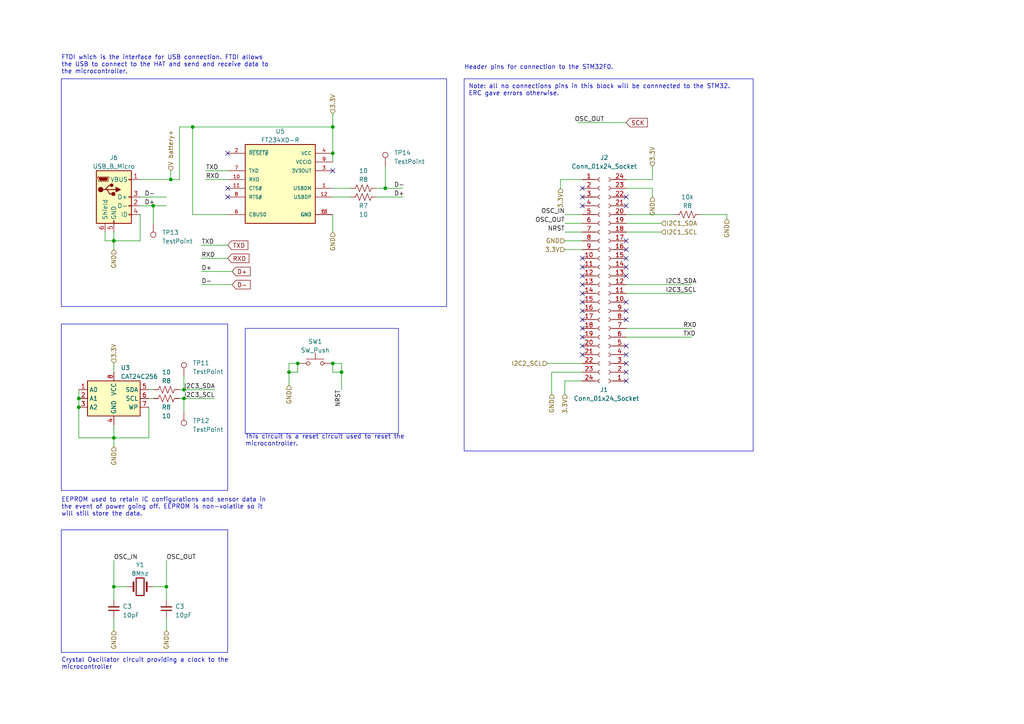
<source format=kicad_sch>
(kicad_sch (version 20230121) (generator eeschema)

  (uuid 3a361b6d-447b-4314-a78f-9a1499b5df99)

  (paper "A4")

  (title_block
    (title "Interface IC")
    (date "2023-03-20")
    (rev "v0.11")
    (company "University of Cape Town")
    (comment 1 "Author: Talon Sewnath")
  )

  (lib_symbols
    (symbol "Connector:Conn_01x24_Socket" (pin_names (offset 1.016) hide) (in_bom yes) (on_board yes)
      (property "Reference" "J" (at 0 30.48 0)
        (effects (font (size 1.27 1.27)))
      )
      (property "Value" "Conn_01x24_Socket" (at 0 -33.02 0)
        (effects (font (size 1.27 1.27)))
      )
      (property "Footprint" "" (at 0 0 0)
        (effects (font (size 1.27 1.27)) hide)
      )
      (property "Datasheet" "~" (at 0 0 0)
        (effects (font (size 1.27 1.27)) hide)
      )
      (property "ki_locked" "" (at 0 0 0)
        (effects (font (size 1.27 1.27)))
      )
      (property "ki_keywords" "connector" (at 0 0 0)
        (effects (font (size 1.27 1.27)) hide)
      )
      (property "ki_description" "Generic connector, single row, 01x24, script generated" (at 0 0 0)
        (effects (font (size 1.27 1.27)) hide)
      )
      (property "ki_fp_filters" "Connector*:*_1x??_*" (at 0 0 0)
        (effects (font (size 1.27 1.27)) hide)
      )
      (symbol "Conn_01x24_Socket_1_1"
        (arc (start 0 -29.972) (mid -0.5058 -30.48) (end 0 -30.988)
          (stroke (width 0.1524) (type default))
          (fill (type none))
        )
        (arc (start 0 -27.432) (mid -0.5058 -27.94) (end 0 -28.448)
          (stroke (width 0.1524) (type default))
          (fill (type none))
        )
        (arc (start 0 -24.892) (mid -0.5058 -25.4) (end 0 -25.908)
          (stroke (width 0.1524) (type default))
          (fill (type none))
        )
        (arc (start 0 -22.352) (mid -0.5058 -22.86) (end 0 -23.368)
          (stroke (width 0.1524) (type default))
          (fill (type none))
        )
        (arc (start 0 -19.812) (mid -0.5058 -20.32) (end 0 -20.828)
          (stroke (width 0.1524) (type default))
          (fill (type none))
        )
        (arc (start 0 -17.272) (mid -0.5058 -17.78) (end 0 -18.288)
          (stroke (width 0.1524) (type default))
          (fill (type none))
        )
        (arc (start 0 -14.732) (mid -0.5058 -15.24) (end 0 -15.748)
          (stroke (width 0.1524) (type default))
          (fill (type none))
        )
        (arc (start 0 -12.192) (mid -0.5058 -12.7) (end 0 -13.208)
          (stroke (width 0.1524) (type default))
          (fill (type none))
        )
        (arc (start 0 -9.652) (mid -0.5058 -10.16) (end 0 -10.668)
          (stroke (width 0.1524) (type default))
          (fill (type none))
        )
        (arc (start 0 -7.112) (mid -0.5058 -7.62) (end 0 -8.128)
          (stroke (width 0.1524) (type default))
          (fill (type none))
        )
        (arc (start 0 -4.572) (mid -0.5058 -5.08) (end 0 -5.588)
          (stroke (width 0.1524) (type default))
          (fill (type none))
        )
        (arc (start 0 -2.032) (mid -0.5058 -2.54) (end 0 -3.048)
          (stroke (width 0.1524) (type default))
          (fill (type none))
        )
        (polyline
          (pts
            (xy -1.27 -30.48)
            (xy -0.508 -30.48)
          )
          (stroke (width 0.1524) (type default))
          (fill (type none))
        )
        (polyline
          (pts
            (xy -1.27 -27.94)
            (xy -0.508 -27.94)
          )
          (stroke (width 0.1524) (type default))
          (fill (type none))
        )
        (polyline
          (pts
            (xy -1.27 -25.4)
            (xy -0.508 -25.4)
          )
          (stroke (width 0.1524) (type default))
          (fill (type none))
        )
        (polyline
          (pts
            (xy -1.27 -22.86)
            (xy -0.508 -22.86)
          )
          (stroke (width 0.1524) (type default))
          (fill (type none))
        )
        (polyline
          (pts
            (xy -1.27 -20.32)
            (xy -0.508 -20.32)
          )
          (stroke (width 0.1524) (type default))
          (fill (type none))
        )
        (polyline
          (pts
            (xy -1.27 -17.78)
            (xy -0.508 -17.78)
          )
          (stroke (width 0.1524) (type default))
          (fill (type none))
        )
        (polyline
          (pts
            (xy -1.27 -15.24)
            (xy -0.508 -15.24)
          )
          (stroke (width 0.1524) (type default))
          (fill (type none))
        )
        (polyline
          (pts
            (xy -1.27 -12.7)
            (xy -0.508 -12.7)
          )
          (stroke (width 0.1524) (type default))
          (fill (type none))
        )
        (polyline
          (pts
            (xy -1.27 -10.16)
            (xy -0.508 -10.16)
          )
          (stroke (width 0.1524) (type default))
          (fill (type none))
        )
        (polyline
          (pts
            (xy -1.27 -7.62)
            (xy -0.508 -7.62)
          )
          (stroke (width 0.1524) (type default))
          (fill (type none))
        )
        (polyline
          (pts
            (xy -1.27 -5.08)
            (xy -0.508 -5.08)
          )
          (stroke (width 0.1524) (type default))
          (fill (type none))
        )
        (polyline
          (pts
            (xy -1.27 -2.54)
            (xy -0.508 -2.54)
          )
          (stroke (width 0.1524) (type default))
          (fill (type none))
        )
        (polyline
          (pts
            (xy -1.27 0)
            (xy -0.508 0)
          )
          (stroke (width 0.1524) (type default))
          (fill (type none))
        )
        (polyline
          (pts
            (xy -1.27 2.54)
            (xy -0.508 2.54)
          )
          (stroke (width 0.1524) (type default))
          (fill (type none))
        )
        (polyline
          (pts
            (xy -1.27 5.08)
            (xy -0.508 5.08)
          )
          (stroke (width 0.1524) (type default))
          (fill (type none))
        )
        (polyline
          (pts
            (xy -1.27 7.62)
            (xy -0.508 7.62)
          )
          (stroke (width 0.1524) (type default))
          (fill (type none))
        )
        (polyline
          (pts
            (xy -1.27 10.16)
            (xy -0.508 10.16)
          )
          (stroke (width 0.1524) (type default))
          (fill (type none))
        )
        (polyline
          (pts
            (xy -1.27 12.7)
            (xy -0.508 12.7)
          )
          (stroke (width 0.1524) (type default))
          (fill (type none))
        )
        (polyline
          (pts
            (xy -1.27 15.24)
            (xy -0.508 15.24)
          )
          (stroke (width 0.1524) (type default))
          (fill (type none))
        )
        (polyline
          (pts
            (xy -1.27 17.78)
            (xy -0.508 17.78)
          )
          (stroke (width 0.1524) (type default))
          (fill (type none))
        )
        (polyline
          (pts
            (xy -1.27 20.32)
            (xy -0.508 20.32)
          )
          (stroke (width 0.1524) (type default))
          (fill (type none))
        )
        (polyline
          (pts
            (xy -1.27 22.86)
            (xy -0.508 22.86)
          )
          (stroke (width 0.1524) (type default))
          (fill (type none))
        )
        (polyline
          (pts
            (xy -1.27 25.4)
            (xy -0.508 25.4)
          )
          (stroke (width 0.1524) (type default))
          (fill (type none))
        )
        (polyline
          (pts
            (xy -1.27 27.94)
            (xy -0.508 27.94)
          )
          (stroke (width 0.1524) (type default))
          (fill (type none))
        )
        (arc (start 0 0.508) (mid -0.5058 0) (end 0 -0.508)
          (stroke (width 0.1524) (type default))
          (fill (type none))
        )
        (arc (start 0 3.048) (mid -0.5058 2.54) (end 0 2.032)
          (stroke (width 0.1524) (type default))
          (fill (type none))
        )
        (arc (start 0 5.588) (mid -0.5058 5.08) (end 0 4.572)
          (stroke (width 0.1524) (type default))
          (fill (type none))
        )
        (arc (start 0 8.128) (mid -0.5058 7.62) (end 0 7.112)
          (stroke (width 0.1524) (type default))
          (fill (type none))
        )
        (arc (start 0 10.668) (mid -0.5058 10.16) (end 0 9.652)
          (stroke (width 0.1524) (type default))
          (fill (type none))
        )
        (arc (start 0 13.208) (mid -0.5058 12.7) (end 0 12.192)
          (stroke (width 0.1524) (type default))
          (fill (type none))
        )
        (arc (start 0 15.748) (mid -0.5058 15.24) (end 0 14.732)
          (stroke (width 0.1524) (type default))
          (fill (type none))
        )
        (arc (start 0 18.288) (mid -0.5058 17.78) (end 0 17.272)
          (stroke (width 0.1524) (type default))
          (fill (type none))
        )
        (arc (start 0 20.828) (mid -0.5058 20.32) (end 0 19.812)
          (stroke (width 0.1524) (type default))
          (fill (type none))
        )
        (arc (start 0 23.368) (mid -0.5058 22.86) (end 0 22.352)
          (stroke (width 0.1524) (type default))
          (fill (type none))
        )
        (arc (start 0 25.908) (mid -0.5058 25.4) (end 0 24.892)
          (stroke (width 0.1524) (type default))
          (fill (type none))
        )
        (arc (start 0 28.448) (mid -0.5058 27.94) (end 0 27.432)
          (stroke (width 0.1524) (type default))
          (fill (type none))
        )
        (pin passive line (at -5.08 27.94 0) (length 3.81)
          (name "Pin_1" (effects (font (size 1.27 1.27))))
          (number "1" (effects (font (size 1.27 1.27))))
        )
        (pin passive line (at -5.08 5.08 0) (length 3.81)
          (name "Pin_10" (effects (font (size 1.27 1.27))))
          (number "10" (effects (font (size 1.27 1.27))))
        )
        (pin passive line (at -5.08 2.54 0) (length 3.81)
          (name "Pin_11" (effects (font (size 1.27 1.27))))
          (number "11" (effects (font (size 1.27 1.27))))
        )
        (pin passive line (at -5.08 0 0) (length 3.81)
          (name "Pin_12" (effects (font (size 1.27 1.27))))
          (number "12" (effects (font (size 1.27 1.27))))
        )
        (pin passive line (at -5.08 -2.54 0) (length 3.81)
          (name "Pin_13" (effects (font (size 1.27 1.27))))
          (number "13" (effects (font (size 1.27 1.27))))
        )
        (pin passive line (at -5.08 -5.08 0) (length 3.81)
          (name "Pin_14" (effects (font (size 1.27 1.27))))
          (number "14" (effects (font (size 1.27 1.27))))
        )
        (pin passive line (at -5.08 -7.62 0) (length 3.81)
          (name "Pin_15" (effects (font (size 1.27 1.27))))
          (number "15" (effects (font (size 1.27 1.27))))
        )
        (pin passive line (at -5.08 -10.16 0) (length 3.81)
          (name "Pin_16" (effects (font (size 1.27 1.27))))
          (number "16" (effects (font (size 1.27 1.27))))
        )
        (pin passive line (at -5.08 -12.7 0) (length 3.81)
          (name "Pin_17" (effects (font (size 1.27 1.27))))
          (number "17" (effects (font (size 1.27 1.27))))
        )
        (pin passive line (at -5.08 -15.24 0) (length 3.81)
          (name "Pin_18" (effects (font (size 1.27 1.27))))
          (number "18" (effects (font (size 1.27 1.27))))
        )
        (pin passive line (at -5.08 -17.78 0) (length 3.81)
          (name "Pin_19" (effects (font (size 1.27 1.27))))
          (number "19" (effects (font (size 1.27 1.27))))
        )
        (pin passive line (at -5.08 25.4 0) (length 3.81)
          (name "Pin_2" (effects (font (size 1.27 1.27))))
          (number "2" (effects (font (size 1.27 1.27))))
        )
        (pin passive line (at -5.08 -20.32 0) (length 3.81)
          (name "Pin_20" (effects (font (size 1.27 1.27))))
          (number "20" (effects (font (size 1.27 1.27))))
        )
        (pin passive line (at -5.08 -22.86 0) (length 3.81)
          (name "Pin_21" (effects (font (size 1.27 1.27))))
          (number "21" (effects (font (size 1.27 1.27))))
        )
        (pin passive line (at -5.08 -25.4 0) (length 3.81)
          (name "Pin_22" (effects (font (size 1.27 1.27))))
          (number "22" (effects (font (size 1.27 1.27))))
        )
        (pin passive line (at -5.08 -27.94 0) (length 3.81)
          (name "Pin_23" (effects (font (size 1.27 1.27))))
          (number "23" (effects (font (size 1.27 1.27))))
        )
        (pin passive line (at -5.08 -30.48 0) (length 3.81)
          (name "Pin_24" (effects (font (size 1.27 1.27))))
          (number "24" (effects (font (size 1.27 1.27))))
        )
        (pin passive line (at -5.08 22.86 0) (length 3.81)
          (name "Pin_3" (effects (font (size 1.27 1.27))))
          (number "3" (effects (font (size 1.27 1.27))))
        )
        (pin passive line (at -5.08 20.32 0) (length 3.81)
          (name "Pin_4" (effects (font (size 1.27 1.27))))
          (number "4" (effects (font (size 1.27 1.27))))
        )
        (pin passive line (at -5.08 17.78 0) (length 3.81)
          (name "Pin_5" (effects (font (size 1.27 1.27))))
          (number "5" (effects (font (size 1.27 1.27))))
        )
        (pin passive line (at -5.08 15.24 0) (length 3.81)
          (name "Pin_6" (effects (font (size 1.27 1.27))))
          (number "6" (effects (font (size 1.27 1.27))))
        )
        (pin passive line (at -5.08 12.7 0) (length 3.81)
          (name "Pin_7" (effects (font (size 1.27 1.27))))
          (number "7" (effects (font (size 1.27 1.27))))
        )
        (pin passive line (at -5.08 10.16 0) (length 3.81)
          (name "Pin_8" (effects (font (size 1.27 1.27))))
          (number "8" (effects (font (size 1.27 1.27))))
        )
        (pin passive line (at -5.08 7.62 0) (length 3.81)
          (name "Pin_9" (effects (font (size 1.27 1.27))))
          (number "9" (effects (font (size 1.27 1.27))))
        )
      )
    )
    (symbol "Connector:TestPoint" (pin_numbers hide) (pin_names (offset 0.762) hide) (in_bom yes) (on_board yes)
      (property "Reference" "TP" (at 0 6.858 0)
        (effects (font (size 1.27 1.27)))
      )
      (property "Value" "TestPoint" (at 0 5.08 0)
        (effects (font (size 1.27 1.27)))
      )
      (property "Footprint" "" (at 5.08 0 0)
        (effects (font (size 1.27 1.27)) hide)
      )
      (property "Datasheet" "~" (at 5.08 0 0)
        (effects (font (size 1.27 1.27)) hide)
      )
      (property "ki_keywords" "test point tp" (at 0 0 0)
        (effects (font (size 1.27 1.27)) hide)
      )
      (property "ki_description" "test point" (at 0 0 0)
        (effects (font (size 1.27 1.27)) hide)
      )
      (property "ki_fp_filters" "Pin* Test*" (at 0 0 0)
        (effects (font (size 1.27 1.27)) hide)
      )
      (symbol "TestPoint_0_1"
        (circle (center 0 3.302) (radius 0.762)
          (stroke (width 0) (type default))
          (fill (type none))
        )
      )
      (symbol "TestPoint_1_1"
        (pin passive line (at 0 0 90) (length 2.54)
          (name "1" (effects (font (size 1.27 1.27))))
          (number "1" (effects (font (size 1.27 1.27))))
        )
      )
    )
    (symbol "Connector:USB_B_Micro" (pin_names (offset 1.016)) (in_bom yes) (on_board yes)
      (property "Reference" "J" (at -5.08 11.43 0)
        (effects (font (size 1.27 1.27)) (justify left))
      )
      (property "Value" "USB_B_Micro" (at -5.08 8.89 0)
        (effects (font (size 1.27 1.27)) (justify left))
      )
      (property "Footprint" "" (at 3.81 -1.27 0)
        (effects (font (size 1.27 1.27)) hide)
      )
      (property "Datasheet" "~" (at 3.81 -1.27 0)
        (effects (font (size 1.27 1.27)) hide)
      )
      (property "ki_keywords" "connector USB micro" (at 0 0 0)
        (effects (font (size 1.27 1.27)) hide)
      )
      (property "ki_description" "USB Micro Type B connector" (at 0 0 0)
        (effects (font (size 1.27 1.27)) hide)
      )
      (property "ki_fp_filters" "USB*" (at 0 0 0)
        (effects (font (size 1.27 1.27)) hide)
      )
      (symbol "USB_B_Micro_0_1"
        (rectangle (start -5.08 -7.62) (end 5.08 7.62)
          (stroke (width 0.254) (type default))
          (fill (type background))
        )
        (circle (center -3.81 2.159) (radius 0.635)
          (stroke (width 0.254) (type default))
          (fill (type outline))
        )
        (circle (center -0.635 3.429) (radius 0.381)
          (stroke (width 0.254) (type default))
          (fill (type outline))
        )
        (rectangle (start -0.127 -7.62) (end 0.127 -6.858)
          (stroke (width 0) (type default))
          (fill (type none))
        )
        (polyline
          (pts
            (xy -1.905 2.159)
            (xy 0.635 2.159)
          )
          (stroke (width 0.254) (type default))
          (fill (type none))
        )
        (polyline
          (pts
            (xy -3.175 2.159)
            (xy -2.54 2.159)
            (xy -1.27 3.429)
            (xy -0.635 3.429)
          )
          (stroke (width 0.254) (type default))
          (fill (type none))
        )
        (polyline
          (pts
            (xy -2.54 2.159)
            (xy -1.905 2.159)
            (xy -1.27 0.889)
            (xy 0 0.889)
          )
          (stroke (width 0.254) (type default))
          (fill (type none))
        )
        (polyline
          (pts
            (xy 0.635 2.794)
            (xy 0.635 1.524)
            (xy 1.905 2.159)
            (xy 0.635 2.794)
          )
          (stroke (width 0.254) (type default))
          (fill (type outline))
        )
        (polyline
          (pts
            (xy -4.318 5.588)
            (xy -1.778 5.588)
            (xy -2.032 4.826)
            (xy -4.064 4.826)
            (xy -4.318 5.588)
          )
          (stroke (width 0) (type default))
          (fill (type outline))
        )
        (polyline
          (pts
            (xy -4.699 5.842)
            (xy -4.699 5.588)
            (xy -4.445 4.826)
            (xy -4.445 4.572)
            (xy -1.651 4.572)
            (xy -1.651 4.826)
            (xy -1.397 5.588)
            (xy -1.397 5.842)
            (xy -4.699 5.842)
          )
          (stroke (width 0) (type default))
          (fill (type none))
        )
        (rectangle (start 0.254 1.27) (end -0.508 0.508)
          (stroke (width 0.254) (type default))
          (fill (type outline))
        )
        (rectangle (start 5.08 -5.207) (end 4.318 -4.953)
          (stroke (width 0) (type default))
          (fill (type none))
        )
        (rectangle (start 5.08 -2.667) (end 4.318 -2.413)
          (stroke (width 0) (type default))
          (fill (type none))
        )
        (rectangle (start 5.08 -0.127) (end 4.318 0.127)
          (stroke (width 0) (type default))
          (fill (type none))
        )
        (rectangle (start 5.08 4.953) (end 4.318 5.207)
          (stroke (width 0) (type default))
          (fill (type none))
        )
      )
      (symbol "USB_B_Micro_1_1"
        (pin power_out line (at 7.62 5.08 180) (length 2.54)
          (name "VBUS" (effects (font (size 1.27 1.27))))
          (number "1" (effects (font (size 1.27 1.27))))
        )
        (pin bidirectional line (at 7.62 -2.54 180) (length 2.54)
          (name "D-" (effects (font (size 1.27 1.27))))
          (number "2" (effects (font (size 1.27 1.27))))
        )
        (pin bidirectional line (at 7.62 0 180) (length 2.54)
          (name "D+" (effects (font (size 1.27 1.27))))
          (number "3" (effects (font (size 1.27 1.27))))
        )
        (pin passive line (at 7.62 -5.08 180) (length 2.54)
          (name "ID" (effects (font (size 1.27 1.27))))
          (number "4" (effects (font (size 1.27 1.27))))
        )
        (pin power_out line (at 0 -10.16 90) (length 2.54)
          (name "GND" (effects (font (size 1.27 1.27))))
          (number "5" (effects (font (size 1.27 1.27))))
        )
        (pin passive line (at -2.54 -10.16 90) (length 2.54)
          (name "Shield" (effects (font (size 1.27 1.27))))
          (number "6" (effects (font (size 1.27 1.27))))
        )
      )
    )
    (symbol "Device:C_Small" (pin_numbers hide) (pin_names (offset 0.254) hide) (in_bom yes) (on_board yes)
      (property "Reference" "C" (at 0.254 1.778 0)
        (effects (font (size 1.27 1.27)) (justify left))
      )
      (property "Value" "C_Small" (at 0.254 -2.032 0)
        (effects (font (size 1.27 1.27)) (justify left))
      )
      (property "Footprint" "" (at 0 0 0)
        (effects (font (size 1.27 1.27)) hide)
      )
      (property "Datasheet" "~" (at 0 0 0)
        (effects (font (size 1.27 1.27)) hide)
      )
      (property "ki_keywords" "capacitor cap" (at 0 0 0)
        (effects (font (size 1.27 1.27)) hide)
      )
      (property "ki_description" "Unpolarized capacitor, small symbol" (at 0 0 0)
        (effects (font (size 1.27 1.27)) hide)
      )
      (property "ki_fp_filters" "C_*" (at 0 0 0)
        (effects (font (size 1.27 1.27)) hide)
      )
      (symbol "C_Small_0_1"
        (polyline
          (pts
            (xy -1.524 -0.508)
            (xy 1.524 -0.508)
          )
          (stroke (width 0.3302) (type default))
          (fill (type none))
        )
        (polyline
          (pts
            (xy -1.524 0.508)
            (xy 1.524 0.508)
          )
          (stroke (width 0.3048) (type default))
          (fill (type none))
        )
      )
      (symbol "C_Small_1_1"
        (pin passive line (at 0 2.54 270) (length 2.032)
          (name "~" (effects (font (size 1.27 1.27))))
          (number "1" (effects (font (size 1.27 1.27))))
        )
        (pin passive line (at 0 -2.54 90) (length 2.032)
          (name "~" (effects (font (size 1.27 1.27))))
          (number "2" (effects (font (size 1.27 1.27))))
        )
      )
    )
    (symbol "Device:Crystal" (pin_numbers hide) (pin_names (offset 1.016) hide) (in_bom yes) (on_board yes)
      (property "Reference" "Y" (at 0 3.81 0)
        (effects (font (size 1.27 1.27)))
      )
      (property "Value" "Crystal" (at 0 -3.81 0)
        (effects (font (size 1.27 1.27)))
      )
      (property "Footprint" "" (at 0 0 0)
        (effects (font (size 1.27 1.27)) hide)
      )
      (property "Datasheet" "~" (at 0 0 0)
        (effects (font (size 1.27 1.27)) hide)
      )
      (property "ki_keywords" "quartz ceramic resonator oscillator" (at 0 0 0)
        (effects (font (size 1.27 1.27)) hide)
      )
      (property "ki_description" "Two pin crystal" (at 0 0 0)
        (effects (font (size 1.27 1.27)) hide)
      )
      (property "ki_fp_filters" "Crystal*" (at 0 0 0)
        (effects (font (size 1.27 1.27)) hide)
      )
      (symbol "Crystal_0_1"
        (rectangle (start -1.143 2.54) (end 1.143 -2.54)
          (stroke (width 0.3048) (type default))
          (fill (type none))
        )
        (polyline
          (pts
            (xy -2.54 0)
            (xy -1.905 0)
          )
          (stroke (width 0) (type default))
          (fill (type none))
        )
        (polyline
          (pts
            (xy -1.905 -1.27)
            (xy -1.905 1.27)
          )
          (stroke (width 0.508) (type default))
          (fill (type none))
        )
        (polyline
          (pts
            (xy 1.905 -1.27)
            (xy 1.905 1.27)
          )
          (stroke (width 0.508) (type default))
          (fill (type none))
        )
        (polyline
          (pts
            (xy 2.54 0)
            (xy 1.905 0)
          )
          (stroke (width 0) (type default))
          (fill (type none))
        )
      )
      (symbol "Crystal_1_1"
        (pin passive line (at -3.81 0 0) (length 1.27)
          (name "1" (effects (font (size 1.27 1.27))))
          (number "1" (effects (font (size 1.27 1.27))))
        )
        (pin passive line (at 3.81 0 180) (length 1.27)
          (name "2" (effects (font (size 1.27 1.27))))
          (number "2" (effects (font (size 1.27 1.27))))
        )
      )
    )
    (symbol "Device:R_US" (pin_numbers hide) (pin_names (offset 0)) (in_bom yes) (on_board yes)
      (property "Reference" "R" (at 2.54 0 90)
        (effects (font (size 1.27 1.27)))
      )
      (property "Value" "R_US" (at -2.54 0 90)
        (effects (font (size 1.27 1.27)))
      )
      (property "Footprint" "" (at 1.016 -0.254 90)
        (effects (font (size 1.27 1.27)) hide)
      )
      (property "Datasheet" "~" (at 0 0 0)
        (effects (font (size 1.27 1.27)) hide)
      )
      (property "ki_keywords" "R res resistor" (at 0 0 0)
        (effects (font (size 1.27 1.27)) hide)
      )
      (property "ki_description" "Resistor, US symbol" (at 0 0 0)
        (effects (font (size 1.27 1.27)) hide)
      )
      (property "ki_fp_filters" "R_*" (at 0 0 0)
        (effects (font (size 1.27 1.27)) hide)
      )
      (symbol "R_US_0_1"
        (polyline
          (pts
            (xy 0 -2.286)
            (xy 0 -2.54)
          )
          (stroke (width 0) (type default))
          (fill (type none))
        )
        (polyline
          (pts
            (xy 0 2.286)
            (xy 0 2.54)
          )
          (stroke (width 0) (type default))
          (fill (type none))
        )
        (polyline
          (pts
            (xy 0 -0.762)
            (xy 1.016 -1.143)
            (xy 0 -1.524)
            (xy -1.016 -1.905)
            (xy 0 -2.286)
          )
          (stroke (width 0) (type default))
          (fill (type none))
        )
        (polyline
          (pts
            (xy 0 0.762)
            (xy 1.016 0.381)
            (xy 0 0)
            (xy -1.016 -0.381)
            (xy 0 -0.762)
          )
          (stroke (width 0) (type default))
          (fill (type none))
        )
        (polyline
          (pts
            (xy 0 2.286)
            (xy 1.016 1.905)
            (xy 0 1.524)
            (xy -1.016 1.143)
            (xy 0 0.762)
          )
          (stroke (width 0) (type default))
          (fill (type none))
        )
      )
      (symbol "R_US_1_1"
        (pin passive line (at 0 3.81 270) (length 1.27)
          (name "~" (effects (font (size 1.27 1.27))))
          (number "1" (effects (font (size 1.27 1.27))))
        )
        (pin passive line (at 0 -3.81 90) (length 1.27)
          (name "~" (effects (font (size 1.27 1.27))))
          (number "2" (effects (font (size 1.27 1.27))))
        )
      )
    )
    (symbol "EEEE3088 Library:FT234XD-R" (pin_names (offset 1.016)) (in_bom yes) (on_board yes)
      (property "Reference" "U" (at -10.16 13.97 0)
        (effects (font (size 1.27 1.27)) (justify left bottom))
      )
      (property "Value" "FT234XD-R" (at -10.16 -11.43 0)
        (effects (font (size 1.27 1.27)) (justify left top))
      )
      (property "Footprint" "SON45P300X300X80-13N" (at 0 0 0)
        (effects (font (size 1.27 1.27)) (justify bottom) hide)
      )
      (property "Datasheet" "" (at 0 0 0)
        (effects (font (size 1.27 1.27)) hide)
      )
      (property "STANDARD" "IPC-7351B" (at 0 0 0)
        (effects (font (size 1.27 1.27)) (justify bottom) hide)
      )
      (property "PARTREV" "Version 1.2" (at 0 0 0)
        (effects (font (size 1.27 1.27)) (justify bottom) hide)
      )
      (property "MANUFACTURER" "FTDI" (at 0 0 0)
        (effects (font (size 1.27 1.27)) (justify bottom) hide)
      )
      (property "MAXIMUM_PACKAGE_HEIGHT" "0.8mm" (at 0 0 0)
        (effects (font (size 1.27 1.27)) (justify bottom) hide)
      )
      (symbol "FT234XD-R_0_0"
        (rectangle (start -10.16 -10.16) (end 10.16 12.7)
          (stroke (width 0.254) (type default))
          (fill (type background))
        )
        (pin bidirectional line (at 15.24 0 180) (length 5.08)
          (name "USBDM" (effects (font (size 1.016 1.016))))
          (number "1" (effects (font (size 1.016 1.016))))
        )
        (pin input line (at -15.24 2.54 0) (length 5.08)
          (name "RXD" (effects (font (size 1.016 1.016))))
          (number "10" (effects (font (size 1.016 1.016))))
        )
        (pin input line (at -15.24 0 0) (length 5.08)
          (name "CTS#" (effects (font (size 1.016 1.016))))
          (number "11" (effects (font (size 1.016 1.016))))
        )
        (pin bidirectional line (at 15.24 -2.54 180) (length 5.08)
          (name "USBDP" (effects (font (size 1.016 1.016))))
          (number "12" (effects (font (size 1.016 1.016))))
        )
        (pin power_in line (at 15.24 -7.62 180) (length 5.08)
          (name "GND" (effects (font (size 1.016 1.016))))
          (number "13" (effects (font (size 1.016 1.016))))
        )
        (pin input line (at -15.24 10.16 0) (length 5.08)
          (name "~{RESET#}" (effects (font (size 1.016 1.016))))
          (number "2" (effects (font (size 1.016 1.016))))
        )
        (pin output line (at 15.24 5.08 180) (length 5.08)
          (name "3V3OUT" (effects (font (size 1.016 1.016))))
          (number "3" (effects (font (size 1.016 1.016))))
        )
        (pin power_in line (at 15.24 10.16 180) (length 5.08)
          (name "VCC" (effects (font (size 1.016 1.016))))
          (number "4" (effects (font (size 1.016 1.016))))
        )
        (pin power_in line (at 15.24 -7.62 180) (length 5.08)
          (name "GND" (effects (font (size 1.016 1.016))))
          (number "5" (effects (font (size 1.016 1.016))))
        )
        (pin bidirectional line (at -15.24 -7.62 0) (length 5.08)
          (name "CBUS0" (effects (font (size 1.016 1.016))))
          (number "6" (effects (font (size 1.016 1.016))))
        )
        (pin output line (at -15.24 5.08 0) (length 5.08)
          (name "TXD" (effects (font (size 1.016 1.016))))
          (number "7" (effects (font (size 1.016 1.016))))
        )
        (pin output line (at -15.24 -2.54 0) (length 5.08)
          (name "RTS#" (effects (font (size 1.016 1.016))))
          (number "8" (effects (font (size 1.016 1.016))))
        )
        (pin power_in line (at 15.24 7.62 180) (length 5.08)
          (name "VCCIO" (effects (font (size 1.016 1.016))))
          (number "9" (effects (font (size 1.016 1.016))))
        )
      )
    )
    (symbol "Memory_EEPROM:CAT24C256" (in_bom yes) (on_board yes)
      (property "Reference" "U" (at -6.35 6.35 0)
        (effects (font (size 1.27 1.27)))
      )
      (property "Value" "CAT24C256" (at 1.27 6.35 0)
        (effects (font (size 1.27 1.27)) (justify left))
      )
      (property "Footprint" "" (at 0 0 0)
        (effects (font (size 1.27 1.27)) hide)
      )
      (property "Datasheet" "https://www.onsemi.cn/PowerSolutions/document/CAT24C256-D.PDF" (at 0 0 0)
        (effects (font (size 1.27 1.27)) hide)
      )
      (property "ki_keywords" "I2C EEPROM Serial 256kb" (at 0 0 0)
        (effects (font (size 1.27 1.27)) hide)
      )
      (property "ki_description" "256 kb CMOS Serial EEPROM, DIP-8/SOIC-8/TSSOP-8/DFN-8" (at 0 0 0)
        (effects (font (size 1.27 1.27)) hide)
      )
      (property "ki_fp_filters" "DIP*W7.62mm* SOIC*3.9x4.9mm* TSSOP*4.4x3mm*P0.65mm* DFN*3x2mm*P0.5mm*" (at 0 0 0)
        (effects (font (size 1.27 1.27)) hide)
      )
      (symbol "CAT24C256_1_1"
        (rectangle (start -7.62 5.08) (end 7.62 -5.08)
          (stroke (width 0.254) (type default))
          (fill (type background))
        )
        (pin input line (at -10.16 2.54 0) (length 2.54)
          (name "A0" (effects (font (size 1.27 1.27))))
          (number "1" (effects (font (size 1.27 1.27))))
        )
        (pin input line (at -10.16 0 0) (length 2.54)
          (name "A1" (effects (font (size 1.27 1.27))))
          (number "2" (effects (font (size 1.27 1.27))))
        )
        (pin input line (at -10.16 -2.54 0) (length 2.54)
          (name "A2" (effects (font (size 1.27 1.27))))
          (number "3" (effects (font (size 1.27 1.27))))
        )
        (pin power_in line (at 0 -7.62 90) (length 2.54)
          (name "GND" (effects (font (size 1.27 1.27))))
          (number "4" (effects (font (size 1.27 1.27))))
        )
        (pin bidirectional line (at 10.16 2.54 180) (length 2.54)
          (name "SDA" (effects (font (size 1.27 1.27))))
          (number "5" (effects (font (size 1.27 1.27))))
        )
        (pin input line (at 10.16 0 180) (length 2.54)
          (name "SCL" (effects (font (size 1.27 1.27))))
          (number "6" (effects (font (size 1.27 1.27))))
        )
        (pin input line (at 10.16 -2.54 180) (length 2.54)
          (name "WP" (effects (font (size 1.27 1.27))))
          (number "7" (effects (font (size 1.27 1.27))))
        )
        (pin power_in line (at 0 7.62 270) (length 2.54)
          (name "VCC" (effects (font (size 1.27 1.27))))
          (number "8" (effects (font (size 1.27 1.27))))
        )
      )
    )
    (symbol "Switch:SW_Push" (pin_numbers hide) (pin_names (offset 1.016) hide) (in_bom yes) (on_board yes)
      (property "Reference" "SW" (at 1.27 2.54 0)
        (effects (font (size 1.27 1.27)) (justify left))
      )
      (property "Value" "SW_Push" (at 0 -1.524 0)
        (effects (font (size 1.27 1.27)))
      )
      (property "Footprint" "" (at 0 5.08 0)
        (effects (font (size 1.27 1.27)) hide)
      )
      (property "Datasheet" "~" (at 0 5.08 0)
        (effects (font (size 1.27 1.27)) hide)
      )
      (property "ki_keywords" "switch normally-open pushbutton push-button" (at 0 0 0)
        (effects (font (size 1.27 1.27)) hide)
      )
      (property "ki_description" "Push button switch, generic, two pins" (at 0 0 0)
        (effects (font (size 1.27 1.27)) hide)
      )
      (symbol "SW_Push_0_1"
        (circle (center -2.032 0) (radius 0.508)
          (stroke (width 0) (type default))
          (fill (type none))
        )
        (polyline
          (pts
            (xy 0 1.27)
            (xy 0 3.048)
          )
          (stroke (width 0) (type default))
          (fill (type none))
        )
        (polyline
          (pts
            (xy 2.54 1.27)
            (xy -2.54 1.27)
          )
          (stroke (width 0) (type default))
          (fill (type none))
        )
        (circle (center 2.032 0) (radius 0.508)
          (stroke (width 0) (type default))
          (fill (type none))
        )
        (pin passive line (at -5.08 0 0) (length 2.54)
          (name "1" (effects (font (size 1.27 1.27))))
          (number "1" (effects (font (size 1.27 1.27))))
        )
        (pin passive line (at 5.08 0 180) (length 2.54)
          (name "2" (effects (font (size 1.27 1.27))))
          (number "2" (effects (font (size 1.27 1.27))))
        )
      )
    )
  )


  (junction (at 111.76 54.61) (diameter 0) (color 0 0 0 0)
    (uuid 0473ee2c-585d-4f77-a5c3-621a5c7841e1)
  )
  (junction (at 96.52 36.83) (diameter 0) (color 0 0 0 0)
    (uuid 19a0c091-bb60-46e6-8294-b41a726409bf)
  )
  (junction (at 96.52 44.45) (diameter 0) (color 0 0 0 0)
    (uuid 26859ea6-3f30-4c59-9456-39d6769b3ccd)
  )
  (junction (at 33.02 170.18) (diameter 0) (color 0 0 0 0)
    (uuid 2ab2d423-5632-4cc5-a737-8fe019e2d5f8)
  )
  (junction (at 53.34 115.57) (diameter 0) (color 0 0 0 0)
    (uuid 2dc95386-979d-4011-a645-319f12c54f7b)
  )
  (junction (at 33.02 127) (diameter 0) (color 0 0 0 0)
    (uuid 3a00078b-3724-456f-807a-1fb4b0b2ff13)
  )
  (junction (at 55.88 36.83) (diameter 0) (color 0 0 0 0)
    (uuid 458bda47-6dc9-48ef-befc-5dd436a3b300)
  )
  (junction (at 53.34 113.03) (diameter 0) (color 0 0 0 0)
    (uuid 5628d028-ed31-4e42-8fc8-e876a7e0dcab)
  )
  (junction (at 22.86 118.11) (diameter 0) (color 0 0 0 0)
    (uuid 5fc33370-7dd8-4150-8f55-ad1502abbca6)
  )
  (junction (at 99.06 107.95) (diameter 0) (color 0 0 0 0)
    (uuid 610e73fb-64f5-47f9-9148-ed97f857e382)
  )
  (junction (at 83.82 107.95) (diameter 0) (color 0 0 0 0)
    (uuid 6889fe29-9dce-40bf-93d9-324f863ac074)
  )
  (junction (at 86.36 105.41) (diameter 0) (color 0 0 0 0)
    (uuid 7649c43a-0708-4d9c-9b79-dc52c98540a7)
  )
  (junction (at 22.86 115.57) (diameter 0) (color 0 0 0 0)
    (uuid 8b29c34b-a979-4d8d-bc36-1a9e0cade9a0)
  )
  (junction (at 44.45 59.69) (diameter 0) (color 0 0 0 0)
    (uuid 9430db39-1d81-4b5c-96d1-af90614cebc2)
  )
  (junction (at 48.26 170.18) (diameter 0) (color 0 0 0 0)
    (uuid 979c13f1-b795-4f28-b266-a354819e2654)
  )
  (junction (at 33.02 69.85) (diameter 0) (color 0 0 0 0)
    (uuid a565cefb-31b8-4379-b547-8d631af1436a)
  )
  (junction (at 49.53 52.07) (diameter 0) (color 0 0 0 0)
    (uuid c8c1410b-316e-4f76-a2a8-2347a679e2ab)
  )
  (junction (at 96.52 105.41) (diameter 0) (color 0 0 0 0)
    (uuid f52f2171-3471-4f2c-8256-7fb7e78caad9)
  )

  (no_connect (at 181.61 105.41) (uuid 0685e974-4470-45e2-bf73-f1c8d7e9b57b))
  (no_connect (at 181.61 102.87) (uuid 0fe2cc35-6b66-4c10-a6b2-d86cf16b9605))
  (no_connect (at 168.91 97.79) (uuid 15fa7df7-9919-445d-b45b-e64b866be0c1))
  (no_connect (at 66.04 57.15) (uuid 181f4966-1cff-47d0-a529-afd225836278))
  (no_connect (at 168.91 95.25) (uuid 3269f4d8-edc6-4113-b226-80d8f2e9a464))
  (no_connect (at 168.91 59.69) (uuid 3b9eec21-86b5-4d4a-a8ab-5103fccaf5f0))
  (no_connect (at 168.91 80.01) (uuid 41a92fd9-ea1c-4090-8f26-d15ecb21d060))
  (no_connect (at 181.61 57.15) (uuid 470bfd57-94f2-4cac-bf1c-64cfd6f5abae))
  (no_connect (at 181.61 107.95) (uuid 51054c4c-6a29-41d9-a43b-66d30ec210a4))
  (no_connect (at 181.61 74.93) (uuid 5bc02bcb-9298-46d8-a928-2cd751860685))
  (no_connect (at 168.91 77.47) (uuid 6a35a8f8-ffa9-41a9-b7b2-313e01763404))
  (no_connect (at 181.61 100.33) (uuid 79381c80-0c05-4842-82fe-6646250f9e2c))
  (no_connect (at 168.91 90.17) (uuid 7d88ed92-f679-4145-af26-d3c5f4c995c0))
  (no_connect (at 168.91 100.33) (uuid 839598e2-99ff-4dea-904b-37774017a3f0))
  (no_connect (at 168.91 57.15) (uuid 913447dc-f292-49c1-8b75-0b4ed748af85))
  (no_connect (at 96.52 49.53) (uuid 91c67374-972f-4e74-b22e-bab190d0d612))
  (no_connect (at 168.91 74.93) (uuid 93b3641f-f785-48f0-9118-3ef55d641924))
  (no_connect (at 181.61 72.39) (uuid a03b0299-4593-4eae-bf7c-625f4f9964f6))
  (no_connect (at 181.61 59.69) (uuid a1f3432f-36e2-4cee-a733-25400b29a3fa))
  (no_connect (at 168.91 87.63) (uuid b70998ee-0f48-4443-affc-3de4b1a3bc89))
  (no_connect (at 181.61 110.49) (uuid bfa123f0-4623-4318-af97-3458128da158))
  (no_connect (at 168.91 82.55) (uuid c0d97b44-d7c1-4284-9b70-681f52df3185))
  (no_connect (at 168.91 92.71) (uuid c5d05284-b485-40ed-8ecb-e70b11d6ebbe))
  (no_connect (at 181.61 69.85) (uuid cdb9edd2-eb8c-421e-b636-ccb8eceba0de))
  (no_connect (at 66.04 54.61) (uuid d392d003-169d-4549-93fa-6c64a15ffd77))
  (no_connect (at 181.61 87.63) (uuid e1e5cfd9-92b5-4417-9499-c4a1a0e56f61))
  (no_connect (at 168.91 85.09) (uuid e4eda1f8-6ae7-42c1-a127-71aa3520394b))
  (no_connect (at 168.91 102.87) (uuid e5c52659-1b1f-45a4-85a7-4377b410a05c))
  (no_connect (at 181.61 92.71) (uuid e6a3293a-b136-4855-b454-5790b6771aff))
  (no_connect (at 66.04 44.45) (uuid ead70ae8-05db-4972-bd74-5bcb1dd62670))
  (no_connect (at 168.91 54.61) (uuid eb56f73a-fd1d-4dd6-bd86-6a1870423583))
  (no_connect (at 181.61 80.01) (uuid f05a675b-97a5-4ece-8679-228c83704bd2))
  (no_connect (at 181.61 77.47) (uuid f492b53b-41fd-4021-a7ff-942faf847c2d))
  (no_connect (at 181.61 90.17) (uuid f76ffc5d-23ce-4cb0-a594-53b27b1343e0))

  (wire (pts (xy 189.23 48.26) (xy 189.23 52.07))
    (stroke (width 0) (type default))
    (uuid 00115d98-2fae-48e7-a781-3671a344e63b)
  )
  (wire (pts (xy 48.26 170.18) (xy 48.26 173.99))
    (stroke (width 0) (type default))
    (uuid 009a28f4-2181-4a04-9011-dd7694b15ef4)
  )
  (wire (pts (xy 48.26 57.15) (xy 40.64 57.15))
    (stroke (width 0) (type default))
    (uuid 024a8492-cdf3-407d-a82d-3a1b2d494a99)
  )
  (wire (pts (xy 181.61 85.09) (xy 200.66 85.09))
    (stroke (width 0) (type default))
    (uuid 02d33cb4-581f-446a-add3-5c671356d1ea)
  )
  (wire (pts (xy 43.18 115.57) (xy 44.45 115.57))
    (stroke (width 0) (type default))
    (uuid 031d121d-a7e9-44e3-a66c-a8204069a2ac)
  )
  (wire (pts (xy 30.48 67.31) (xy 30.48 69.85))
    (stroke (width 0) (type default))
    (uuid 03df07bf-aba5-4e33-bc2e-c16cc42de0e2)
  )
  (wire (pts (xy 22.86 115.57) (xy 22.86 118.11))
    (stroke (width 0) (type default))
    (uuid 06de978e-457a-4334-a24b-aca47a7e280b)
  )
  (wire (pts (xy 33.02 179.07) (xy 33.02 182.88))
    (stroke (width 0) (type default))
    (uuid 0fb5ddc2-ea01-432e-bc2c-6781590c6851)
  )
  (wire (pts (xy 59.69 49.53) (xy 66.04 49.53))
    (stroke (width 0) (type default))
    (uuid 10f68a10-ba50-4161-9984-637501913bd0)
  )
  (wire (pts (xy 59.69 52.07) (xy 66.04 52.07))
    (stroke (width 0) (type default))
    (uuid 11ee0f53-39f2-4f99-9638-a917c483c82b)
  )
  (wire (pts (xy 191.77 67.31) (xy 181.61 67.31))
    (stroke (width 0) (type default))
    (uuid 12d9fc4d-1ac0-4aca-8b07-4dade289a7c5)
  )
  (wire (pts (xy 168.91 52.07) (xy 162.56 52.07))
    (stroke (width 0) (type default))
    (uuid 1391cbab-0433-4e26-926f-12cd786d2728)
  )
  (wire (pts (xy 111.76 54.61) (xy 109.22 54.61))
    (stroke (width 0) (type default))
    (uuid 151eab5a-8910-4125-84a1-0ea538f9ab89)
  )
  (wire (pts (xy 49.53 49.53) (xy 49.53 52.07))
    (stroke (width 0) (type default))
    (uuid 15847d1f-19e3-404c-ac14-65d2c7407c13)
  )
  (wire (pts (xy 96.52 105.41) (xy 99.06 105.41))
    (stroke (width 0) (type default))
    (uuid 19009f7e-a690-484a-8857-fa2a9b28e0c3)
  )
  (wire (pts (xy 53.34 115.57) (xy 62.23 115.57))
    (stroke (width 0) (type default))
    (uuid 1aaed0ab-8636-414b-b215-64a4ba2a6aa3)
  )
  (wire (pts (xy 158.75 105.41) (xy 168.91 105.41))
    (stroke (width 0) (type default))
    (uuid 1b3c7014-ec66-4513-ab87-6096fa8e28f6)
  )
  (wire (pts (xy 163.83 69.85) (xy 168.91 69.85))
    (stroke (width 0) (type default))
    (uuid 1bb23f39-406c-453d-9330-7f41a4bc3a42)
  )
  (wire (pts (xy 52.07 52.07) (xy 52.07 36.83))
    (stroke (width 0) (type default))
    (uuid 1d1a6872-6702-4e5c-89be-0b2b35ee8b03)
  )
  (wire (pts (xy 181.61 52.07) (xy 189.23 52.07))
    (stroke (width 0) (type default))
    (uuid 1d37c60e-4d72-4902-8e2f-432e068ee030)
  )
  (wire (pts (xy 33.02 105.41) (xy 33.02 107.95))
    (stroke (width 0) (type default))
    (uuid 244dc26a-c9b8-4542-b098-f58a61c8e19f)
  )
  (wire (pts (xy 99.06 107.95) (xy 99.06 113.03))
    (stroke (width 0) (type default))
    (uuid 24d97eeb-67ca-4497-af23-03a801c435d4)
  )
  (wire (pts (xy 43.18 118.11) (xy 43.18 127))
    (stroke (width 0) (type default))
    (uuid 2634870c-69f3-47c3-ac8b-41b171407383)
  )
  (wire (pts (xy 58.42 74.93) (xy 66.04 74.93))
    (stroke (width 0) (type default))
    (uuid 2b24df1a-5a61-4d6c-9986-a439a2e2737e)
  )
  (wire (pts (xy 99.06 105.41) (xy 99.06 107.95))
    (stroke (width 0) (type default))
    (uuid 2dfd449f-5c86-43a3-bb4a-1228d842a0c6)
  )
  (wire (pts (xy 163.83 114.3) (xy 163.83 110.49))
    (stroke (width 0) (type default))
    (uuid 3043c0bc-8284-476a-85a2-f3e4ca50058b)
  )
  (wire (pts (xy 163.83 64.77) (xy 168.91 64.77))
    (stroke (width 0) (type default))
    (uuid 314386b7-4db1-4bd6-94ea-197fe35e15cd)
  )
  (wire (pts (xy 163.83 62.23) (xy 168.91 62.23))
    (stroke (width 0) (type default))
    (uuid 31a6e27f-c6a0-4ada-a43c-93a2516bc78c)
  )
  (wire (pts (xy 116.84 54.61) (xy 111.76 54.61))
    (stroke (width 0) (type default))
    (uuid 31d53a91-d3b9-4915-90f8-a033f868abf6)
  )
  (wire (pts (xy 33.02 67.31) (xy 33.02 69.85))
    (stroke (width 0) (type default))
    (uuid 32eb59f9-98c0-4a0d-aeb7-5af71ff8c088)
  )
  (wire (pts (xy 86.36 107.95) (xy 86.36 105.41))
    (stroke (width 0) (type default))
    (uuid 35a9053c-deed-4727-9061-1b20c0d6e2ae)
  )
  (wire (pts (xy 167.64 35.56) (xy 181.61 35.56))
    (stroke (width 0) (type default))
    (uuid 35d681af-71fd-4663-b4a4-8ce654f9e519)
  )
  (wire (pts (xy 48.26 170.18) (xy 44.45 170.18))
    (stroke (width 0) (type default))
    (uuid 3b34dea5-61ff-43a2-9b97-a0ca92da99c3)
  )
  (wire (pts (xy 22.86 113.03) (xy 22.86 115.57))
    (stroke (width 0) (type default))
    (uuid 3eb40524-ec47-4494-92e4-90706752a0f2)
  )
  (wire (pts (xy 116.84 57.15) (xy 109.22 57.15))
    (stroke (width 0) (type default))
    (uuid 403be0f3-8800-4bc1-bb4a-e25ae3c65644)
  )
  (wire (pts (xy 48.26 59.69) (xy 44.45 59.69))
    (stroke (width 0) (type default))
    (uuid 42112d73-1bd6-4295-8713-13efbd4fc6c2)
  )
  (wire (pts (xy 181.61 62.23) (xy 195.58 62.23))
    (stroke (width 0) (type default))
    (uuid 42553fee-2e3a-455a-b9ba-e0c5bb983ed5)
  )
  (wire (pts (xy 96.52 62.23) (xy 96.52 67.31))
    (stroke (width 0) (type default))
    (uuid 44374f7f-7bb8-4b20-8c32-d4418630b079)
  )
  (wire (pts (xy 53.34 109.22) (xy 53.34 113.03))
    (stroke (width 0) (type default))
    (uuid 46cdd12a-6077-4c57-96d5-527b6aaf4b32)
  )
  (wire (pts (xy 33.02 127) (xy 43.18 127))
    (stroke (width 0) (type default))
    (uuid 47ca7b8c-acc3-470f-ac73-4cc1c90fe6a3)
  )
  (wire (pts (xy 33.02 170.18) (xy 36.83 170.18))
    (stroke (width 0) (type default))
    (uuid 4f446caf-1dfe-42a3-94c8-2a2553eaf0d7)
  )
  (wire (pts (xy 33.02 162.56) (xy 33.02 170.18))
    (stroke (width 0) (type default))
    (uuid 4f9ee808-ec94-4b8a-b9ff-5cdbce520863)
  )
  (wire (pts (xy 22.86 118.11) (xy 22.86 127))
    (stroke (width 0) (type default))
    (uuid 515d4e0c-1b12-4974-b98c-66b746379ce0)
  )
  (wire (pts (xy 33.02 123.19) (xy 33.02 127))
    (stroke (width 0) (type default))
    (uuid 55876e08-cc52-41ae-9c6b-7f97cac0dc34)
  )
  (wire (pts (xy 40.64 52.07) (xy 49.53 52.07))
    (stroke (width 0) (type default))
    (uuid 55ab6987-6bed-4eb3-abb8-589c11b735a4)
  )
  (wire (pts (xy 33.02 127) (xy 33.02 129.54))
    (stroke (width 0) (type default))
    (uuid 5ac87a13-53c4-4d9c-83b6-5a13e0f713c1)
  )
  (wire (pts (xy 189.23 57.15) (xy 189.23 54.61))
    (stroke (width 0) (type default))
    (uuid 5fa3c1a1-9478-48a0-a75c-d43f09f08fc1)
  )
  (wire (pts (xy 200.66 97.79) (xy 181.61 97.79))
    (stroke (width 0) (type default))
    (uuid 662ca5f0-0beb-4947-8230-1a83aad376a1)
  )
  (wire (pts (xy 40.64 69.85) (xy 33.02 69.85))
    (stroke (width 0) (type default))
    (uuid 678c9988-5eb4-4579-ba27-eaf29b420a49)
  )
  (wire (pts (xy 49.53 52.07) (xy 52.07 52.07))
    (stroke (width 0) (type default))
    (uuid 74833660-6112-4c32-b779-ff3df0942dae)
  )
  (wire (pts (xy 96.52 44.45) (xy 96.52 46.99))
    (stroke (width 0) (type default))
    (uuid 7d0d1378-8646-469b-bdc1-b65fdd380462)
  )
  (wire (pts (xy 58.42 82.55) (xy 67.31 82.55))
    (stroke (width 0) (type default))
    (uuid 8337153b-b3e3-4cf8-b512-ee3207c9195f)
  )
  (wire (pts (xy 53.34 113.03) (xy 62.23 113.03))
    (stroke (width 0) (type default))
    (uuid 8504a93f-cd12-4a7b-b9c2-e7e7910009ef)
  )
  (wire (pts (xy 200.66 95.25) (xy 181.61 95.25))
    (stroke (width 0) (type default))
    (uuid 86a6f36d-2d65-4e6d-ae90-ccd31cc04a40)
  )
  (wire (pts (xy 22.86 127) (xy 33.02 127))
    (stroke (width 0) (type default))
    (uuid 88f9bf33-6165-4561-b215-6345d7010ea6)
  )
  (wire (pts (xy 83.82 107.95) (xy 86.36 107.95))
    (stroke (width 0) (type default))
    (uuid 89d3c556-c7bb-4955-af29-144fd7b79079)
  )
  (wire (pts (xy 189.23 54.61) (xy 181.61 54.61))
    (stroke (width 0) (type default))
    (uuid 9154a179-b71e-408a-bd4b-49e0108c6aca)
  )
  (wire (pts (xy 96.52 105.41) (xy 96.52 107.95))
    (stroke (width 0) (type default))
    (uuid 95dfebef-aa4b-47e6-8dfd-65659fb20244)
  )
  (wire (pts (xy 55.88 36.83) (xy 96.52 36.83))
    (stroke (width 0) (type default))
    (uuid 98723c74-aa41-4cd8-a472-a021765baf35)
  )
  (wire (pts (xy 96.52 33.02) (xy 96.52 36.83))
    (stroke (width 0) (type default))
    (uuid 99806a62-f44d-4915-adb9-529fea7fa6f2)
  )
  (wire (pts (xy 210.82 63.5) (xy 210.82 62.23))
    (stroke (width 0) (type default))
    (uuid 99f84b74-9595-47bc-bc96-316102103418)
  )
  (wire (pts (xy 203.2 62.23) (xy 210.82 62.23))
    (stroke (width 0) (type default))
    (uuid 9ea758e2-c082-4237-bb27-78d88f05073f)
  )
  (wire (pts (xy 52.07 115.57) (xy 53.34 115.57))
    (stroke (width 0) (type default))
    (uuid 9ed0aebb-b2a1-4bca-b495-525dd4072dd9)
  )
  (wire (pts (xy 96.52 36.83) (xy 96.52 44.45))
    (stroke (width 0) (type default))
    (uuid a8046928-c134-40ca-961f-d5f70dfa463a)
  )
  (wire (pts (xy 163.83 110.49) (xy 168.91 110.49))
    (stroke (width 0) (type default))
    (uuid ad1ef446-19ac-438c-b31f-8cb08593fa50)
  )
  (wire (pts (xy 162.56 52.07) (xy 162.56 54.61))
    (stroke (width 0) (type default))
    (uuid ad2de0d9-51ef-44bf-bad1-ad0cc8039631)
  )
  (wire (pts (xy 53.34 115.57) (xy 53.34 119.38))
    (stroke (width 0) (type default))
    (uuid ad6ec93e-2ae8-49bf-8292-bbb74f1cb74b)
  )
  (wire (pts (xy 55.88 36.83) (xy 55.88 62.23))
    (stroke (width 0) (type default))
    (uuid adede2eb-daae-49d3-b78d-96ede20ec95d)
  )
  (wire (pts (xy 181.61 82.55) (xy 200.66 82.55))
    (stroke (width 0) (type default))
    (uuid b06ddadc-d6f4-46ed-8ee6-61e42c972eee)
  )
  (wire (pts (xy 30.48 69.85) (xy 33.02 69.85))
    (stroke (width 0) (type default))
    (uuid b312f86a-62e9-4701-ad4e-fdcc82116f5d)
  )
  (wire (pts (xy 52.07 113.03) (xy 53.34 113.03))
    (stroke (width 0) (type default))
    (uuid b46f4cdd-644e-47f3-8f77-1395e3905d92)
  )
  (wire (pts (xy 33.02 69.85) (xy 33.02 72.39))
    (stroke (width 0) (type default))
    (uuid b6b71e2d-35ea-4a00-b539-d3539224d719)
  )
  (wire (pts (xy 96.52 107.95) (xy 99.06 107.95))
    (stroke (width 0) (type default))
    (uuid b8e3af1b-fd1f-4113-90e5-622531d08f84)
  )
  (wire (pts (xy 191.77 64.77) (xy 181.61 64.77))
    (stroke (width 0) (type default))
    (uuid bc819bea-74f8-4483-8758-cb58939769e0)
  )
  (wire (pts (xy 58.42 71.12) (xy 66.04 71.12))
    (stroke (width 0) (type default))
    (uuid be30db37-375b-4b38-a723-8d58b46c01f8)
  )
  (wire (pts (xy 40.64 62.23) (xy 40.64 69.85))
    (stroke (width 0) (type default))
    (uuid c1faca92-84bd-40bb-8f61-88593c3af667)
  )
  (wire (pts (xy 52.07 36.83) (xy 55.88 36.83))
    (stroke (width 0) (type default))
    (uuid c4ac9e5b-c712-430d-aa93-1180a2a9c044)
  )
  (wire (pts (xy 55.88 62.23) (xy 66.04 62.23))
    (stroke (width 0) (type default))
    (uuid c67b0a01-80d0-4f73-9cfb-36f09c45495b)
  )
  (wire (pts (xy 101.6 57.15) (xy 96.52 57.15))
    (stroke (width 0) (type default))
    (uuid c8391db4-2b67-4390-8777-68e5a4acf386)
  )
  (wire (pts (xy 160.02 107.95) (xy 160.02 114.3))
    (stroke (width 0) (type default))
    (uuid c88ebbd5-007f-4da9-a450-22e9d1d35b13)
  )
  (wire (pts (xy 43.18 113.03) (xy 44.45 113.03))
    (stroke (width 0) (type default))
    (uuid c93cb22c-d8a3-4971-88cf-ba10eadae784)
  )
  (wire (pts (xy 48.26 162.56) (xy 48.26 170.18))
    (stroke (width 0) (type default))
    (uuid cc9c21f1-e2a3-42f0-9a61-4f3c47b43daf)
  )
  (wire (pts (xy 58.42 78.74) (xy 67.31 78.74))
    (stroke (width 0) (type default))
    (uuid cf7c617b-c8ca-4603-820f-a4923c7cb1e5)
  )
  (wire (pts (xy 44.45 59.69) (xy 44.45 64.77))
    (stroke (width 0) (type default))
    (uuid df8be4b3-1d32-43e9-82e8-bc5c380f21ad)
  )
  (wire (pts (xy 86.36 105.41) (xy 83.82 105.41))
    (stroke (width 0) (type default))
    (uuid eb7ba4d5-e961-4b9a-9c98-ac3b62f26cef)
  )
  (wire (pts (xy 83.82 105.41) (xy 83.82 107.95))
    (stroke (width 0) (type default))
    (uuid ef167bfa-08db-4975-91bb-8921cf189d89)
  )
  (wire (pts (xy 83.82 107.95) (xy 83.82 111.76))
    (stroke (width 0) (type default))
    (uuid f000562a-1192-40ba-8cd2-24efa4f07924)
  )
  (wire (pts (xy 163.83 72.39) (xy 168.91 72.39))
    (stroke (width 0) (type default))
    (uuid f848782b-c0ca-4ce7-b943-353c3da1762e)
  )
  (wire (pts (xy 101.6 54.61) (xy 96.52 54.61))
    (stroke (width 0) (type default))
    (uuid f94bc5c7-7a42-4c61-a6b2-1ab20ffa0786)
  )
  (wire (pts (xy 44.45 59.69) (xy 40.64 59.69))
    (stroke (width 0) (type default))
    (uuid faa2233c-1f99-481a-88f2-b5319f91be23)
  )
  (wire (pts (xy 48.26 179.07) (xy 48.26 182.88))
    (stroke (width 0) (type default))
    (uuid fbf112f1-c06b-4593-b4b5-eb3122aebf40)
  )
  (wire (pts (xy 163.83 67.31) (xy 168.91 67.31))
    (stroke (width 0) (type default))
    (uuid fc0033d0-5a3e-4cd0-a9bb-e71672e3670c)
  )
  (wire (pts (xy 33.02 170.18) (xy 33.02 173.99))
    (stroke (width 0) (type default))
    (uuid fc7e1501-d1d8-4e49-bacb-41b750efa988)
  )
  (wire (pts (xy 111.76 48.26) (xy 111.76 54.61))
    (stroke (width 0) (type default))
    (uuid fe197e1e-a06d-494e-9dbe-b457d9c30797)
  )
  (wire (pts (xy 168.91 107.95) (xy 160.02 107.95))
    (stroke (width 0) (type default))
    (uuid ff7b9dbb-9320-490e-af8a-7aee39526012)
  )

  (rectangle (start 71.12 95.25) (end 115.57 125.73)
    (stroke (width 0) (type default))
    (fill (type none))
    (uuid 1612cafe-a522-4c18-b2ec-786ecba5bd8a)
  )
  (rectangle (start 134.62 22.86) (end 218.44 130.81)
    (stroke (width 0) (type default))
    (fill (type none))
    (uuid 3c76b36a-38b2-499e-b122-0ed6675f3353)
  )
  (rectangle (start 17.78 22.86) (end 129.54 88.9)
    (stroke (width 0) (type default))
    (fill (type none))
    (uuid 491c679a-af33-4e67-90e2-e4fffda95c12)
  )
  (rectangle (start 17.78 153.67) (end 66.04 189.23)
    (stroke (width 0) (type default))
    (fill (type none))
    (uuid 7a0c4164-edf6-4359-9b9f-34dc4c12c493)
  )
  (rectangle (start 17.78 93.98) (end 66.04 142.24)
    (stroke (width 0) (type default))
    (fill (type none))
    (uuid d61a410a-1fa9-451d-9452-d53c530e5313)
  )

  (text "FTDI which is the interface for USB connection. FTDI allows\nthe USB to connect to the HAT and send and receive data to\nthe microcontroller.\n"
    (at 17.78 21.59 0)
    (effects (font (size 1.27 1.27)) (justify left bottom))
    (uuid 0d376863-11fa-42d1-be66-10705d557b2e)
  )
  (text "Header pins for connection to the STM32F0.\n" (at 134.62 20.32 0)
    (effects (font (size 1.27 1.27)) (justify left bottom))
    (uuid 26799fc4-2846-42b9-89f1-96b7073e7082)
  )
  (text "Crystal Oscillator circuit providing a clock to the \nmicrocontroller\n"
    (at 17.78 194.31 0)
    (effects (font (size 1.27 1.27)) (justify left bottom))
    (uuid 6bf66a21-a2aa-4de7-9890-769c5da43c0e)
  )
  (text "This circuit is a reset circuit used to reset the \nmicrocontroller.\n"
    (at 71.12 129.54 0)
    (effects (font (size 1.27 1.27)) (justify left bottom))
    (uuid e57b2a27-019a-439b-8337-30f96865f70b)
  )
  (text "Note: all no connections pins in this block will be connnected to the STM32. \nERC gave errors otherwise."
    (at 135.89 27.94 0)
    (effects (font (size 1.27 1.27)) (justify left bottom))
    (uuid ec37840a-ce70-4e1a-9ca8-c103c0692769)
  )
  (text "EEPROM used to retain IC configurations and sensor data in\nthe event of power going off. EEPROM is non-volatile so it \nwill still store the data."
    (at 17.78 149.86 0)
    (effects (font (size 1.27 1.27)) (justify left bottom))
    (uuid fd7c405a-ef38-41e0-a592-b4b4784547ea)
  )

  (label "D-" (at 58.42 82.55 0) (fields_autoplaced)
    (effects (font (size 1.27 1.27)) (justify left bottom))
    (uuid 02b1f2d6-ad40-4a4b-bda2-0c98ec99117e)
  )
  (label "TXD" (at 59.69 49.53 0) (fields_autoplaced)
    (effects (font (size 1.27 1.27)) (justify left bottom))
    (uuid 0a35a89f-efca-4a6e-bb11-34327c5eed4a)
  )
  (label "RXD" (at 198.12 95.25 0) (fields_autoplaced)
    (effects (font (size 1.27 1.27)) (justify left bottom))
    (uuid 0e51a679-7d54-4f49-9b58-1e505daa25f6)
  )
  (label "I2C3_SCL" (at 193.04 85.09 0) (fields_autoplaced)
    (effects (font (size 1.27 1.27)) (justify left bottom))
    (uuid 1205f9f0-dcf7-486d-8827-fd662f4e4822)
  )
  (label "OSC_OUT" (at 48.26 162.56 0) (fields_autoplaced)
    (effects (font (size 1.27 1.27)) (justify left bottom))
    (uuid 1663a26e-aa20-479f-99b6-350ecece7ad2)
  )
  (label "OSC_IN" (at 163.83 62.23 180) (fields_autoplaced)
    (effects (font (size 1.27 1.27)) (justify right bottom))
    (uuid 1d62ecf3-ec43-4532-8839-ee9674c15e6d)
  )
  (label "TXD" (at 58.42 71.12 0) (fields_autoplaced)
    (effects (font (size 1.27 1.27)) (justify left bottom))
    (uuid 21032e08-7d8d-4bdb-b386-97991aa95a2b)
  )
  (label "D+" (at 114.3 57.15 0) (fields_autoplaced)
    (effects (font (size 1.27 1.27)) (justify left bottom))
    (uuid 249e80b5-d10c-4d2e-9036-b821d1aa03f8)
  )
  (label "NRST" (at 163.83 67.31 180) (fields_autoplaced)
    (effects (font (size 1.27 1.27)) (justify right bottom))
    (uuid 291242cf-31c0-444c-866b-12df309457bb)
  )
  (label "I2C3_SDA" (at 193.04 82.55 0) (fields_autoplaced)
    (effects (font (size 1.27 1.27)) (justify left bottom))
    (uuid 3c9b248d-72e4-45ff-9152-b02c136341cf)
  )
  (label "OSC_OUT" (at 175.26 35.56 180) (fields_autoplaced)
    (effects (font (size 1.27 1.27)) (justify right bottom))
    (uuid 5c1041ed-9dfb-473a-9be5-505adc619e5c)
  )
  (label "RXD" (at 58.42 74.93 0) (fields_autoplaced)
    (effects (font (size 1.27 1.27)) (justify left bottom))
    (uuid 6aaa75e0-b0cc-4c2f-ac3e-86c7f5334d29)
  )
  (label "OSC_IN" (at 33.02 162.56 0) (fields_autoplaced)
    (effects (font (size 1.27 1.27)) (justify left bottom))
    (uuid 80c97a19-994d-4294-8102-0c54cfdf3b27)
  )
  (label "OSC_OUT" (at 163.83 64.77 180) (fields_autoplaced)
    (effects (font (size 1.27 1.27)) (justify right bottom))
    (uuid 83e4623d-c0d6-4423-8307-e823365dde16)
  )
  (label "D+" (at 58.42 78.74 0) (fields_autoplaced)
    (effects (font (size 1.27 1.27)) (justify left bottom))
    (uuid 842d8f2d-3192-40c9-9419-a0b843504845)
  )
  (label "D+" (at 41.91 59.69 0) (fields_autoplaced)
    (effects (font (size 1.27 1.27)) (justify left bottom))
    (uuid 8b2715a2-8951-4896-b393-504851e49e77)
  )
  (label "NRST" (at 99.06 113.03 270) (fields_autoplaced)
    (effects (font (size 1.27 1.27)) (justify right bottom))
    (uuid 8c062789-d119-4950-a6f6-9f96d6e22ce3)
  )
  (label "RXD" (at 59.69 52.07 0) (fields_autoplaced)
    (effects (font (size 1.27 1.27)) (justify left bottom))
    (uuid b67fb08b-cbb7-4980-98af-8f78deb04ce1)
  )
  (label "I2C3_SCL" (at 53.34 115.57 0) (fields_autoplaced)
    (effects (font (size 1.27 1.27)) (justify left bottom))
    (uuid c071af19-d8f9-4c11-95dc-6cf73bbb05d8)
  )
  (label "I2C3_SDA" (at 53.34 113.03 0) (fields_autoplaced)
    (effects (font (size 1.27 1.27)) (justify left bottom))
    (uuid c868c57b-b0fa-4700-853c-0f15e73d23d6)
  )
  (label "D-" (at 41.91 57.15 0) (fields_autoplaced)
    (effects (font (size 1.27 1.27)) (justify left bottom))
    (uuid ce31e571-f315-4370-8306-8d1feafea78e)
  )
  (label "TXD" (at 198.12 97.79 0) (fields_autoplaced)
    (effects (font (size 1.27 1.27)) (justify left bottom))
    (uuid d0273e01-43e9-4912-96a8-eb0cd2fb856d)
  )
  (label "D-" (at 114.3 54.61 0) (fields_autoplaced)
    (effects (font (size 1.27 1.27)) (justify left bottom))
    (uuid ed7818be-e525-472e-91fa-d51da7cce122)
  )

  (global_label "RXD" (shape input) (at 66.04 74.93 0) (fields_autoplaced)
    (effects (font (size 1.27 1.27)) (justify left))
    (uuid 360a6bf5-4f62-4a25-9949-cc79521686d8)
    (property "Intersheetrefs" "${INTERSHEET_REFS}" (at 72.0411 74.93 0)
      (effects (font (size 1.27 1.27)) (justify left) hide)
    )
  )
  (global_label "SCK" (shape input) (at 181.61 35.56 0) (fields_autoplaced)
    (effects (font (size 1.27 1.27)) (justify left))
    (uuid 8014590e-2825-4b87-bfa1-e321fdae4ef8)
    (property "Intersheetrefs" "${INTERSHEET_REFS}" (at 187.6111 35.56 0)
      (effects (font (size 1.27 1.27)) (justify left) hide)
    )
  )
  (global_label "D+" (shape input) (at 67.31 78.74 0) (fields_autoplaced)
    (effects (font (size 1.27 1.27)) (justify left))
    (uuid a889f6b0-b3be-43ca-b2bd-e0279758adf0)
    (property "Intersheetrefs" "${INTERSHEET_REFS}" (at 72.404 78.74 0)
      (effects (font (size 1.27 1.27)) (justify left) hide)
    )
  )
  (global_label "D-" (shape input) (at 67.31 82.55 0) (fields_autoplaced)
    (effects (font (size 1.27 1.27)) (justify left))
    (uuid a9c5bf01-4f99-4370-9b11-59f0a11d5f59)
    (property "Intersheetrefs" "${INTERSHEET_REFS}" (at 72.404 82.55 0)
      (effects (font (size 1.27 1.27)) (justify left) hide)
    )
  )
  (global_label "TXD" (shape input) (at 66.04 71.12 0) (fields_autoplaced)
    (effects (font (size 1.27 1.27)) (justify left))
    (uuid f359a49e-1945-431c-825a-8f68023b9a6f)
    (property "Intersheetrefs" "${INTERSHEET_REFS}" (at 71.7387 71.12 0)
      (effects (font (size 1.27 1.27)) (justify left) hide)
    )
  )

  (hierarchical_label "3.3V" (shape input) (at 189.23 48.26 90) (fields_autoplaced)
    (effects (font (size 1.27 1.27)) (justify left))
    (uuid 158c00d5-e0c3-44ec-b933-abf6a51cfbbb)
  )
  (hierarchical_label "3.3V" (shape input) (at 163.83 72.39 180) (fields_autoplaced)
    (effects (font (size 1.27 1.27)) (justify right))
    (uuid 1b174d18-03c5-4f1e-b113-3d538871d4f1)
  )
  (hierarchical_label "I2C1_SCL" (shape input) (at 191.77 67.31 0) (fields_autoplaced)
    (effects (font (size 1.27 1.27)) (justify left))
    (uuid 216d8180-3fca-47a7-812b-17c3c7682479)
  )
  (hierarchical_label "GND" (shape input) (at 33.02 72.39 270) (fields_autoplaced)
    (effects (font (size 1.27 1.27)) (justify right))
    (uuid 24206794-4668-480b-b063-250a205753f5)
  )
  (hierarchical_label "GND" (shape input) (at 48.26 182.88 270) (fields_autoplaced)
    (effects (font (size 1.27 1.27)) (justify right))
    (uuid 42678937-aef2-4b4e-99d7-1f80ea1d65f7)
  )
  (hierarchical_label "I2C2_SCL" (shape input) (at 158.75 105.41 180) (fields_autoplaced)
    (effects (font (size 1.27 1.27)) (justify right))
    (uuid 50c40066-2d8c-4a9d-af20-725c000dd97d)
  )
  (hierarchical_label "I2C1_SDA" (shape input) (at 191.77 64.77 0) (fields_autoplaced)
    (effects (font (size 1.27 1.27)) (justify left))
    (uuid 516300b2-aaac-4b9c-9ee5-e49f63d09ea6)
  )
  (hierarchical_label "GND" (shape input) (at 210.82 63.5 270) (fields_autoplaced)
    (effects (font (size 1.27 1.27)) (justify right))
    (uuid 5dcf1a16-6fe1-400c-9d5a-44557cceb1ce)
  )
  (hierarchical_label "GND" (shape input) (at 33.02 182.88 270) (fields_autoplaced)
    (effects (font (size 1.27 1.27)) (justify right))
    (uuid 6c4084b8-5d9f-4773-bd68-8f171eca2e06)
  )
  (hierarchical_label "V battery+" (shape input) (at 49.53 49.53 90) (fields_autoplaced)
    (effects (font (size 1.27 1.27)) (justify left))
    (uuid 6fc540b2-8e6a-4a24-8f7d-dfc12b238bd0)
  )
  (hierarchical_label "3.3V" (shape input) (at 162.56 54.61 270) (fields_autoplaced)
    (effects (font (size 1.27 1.27)) (justify right))
    (uuid 79bd02f7-68aa-4987-ae32-0cdc80469b78)
  )
  (hierarchical_label "GND" (shape input) (at 33.02 129.54 270) (fields_autoplaced)
    (effects (font (size 1.27 1.27)) (justify right))
    (uuid 7ab1ff32-bf69-499b-af00-42dccecfec35)
  )
  (hierarchical_label "3.3V" (shape input) (at 96.52 33.02 90) (fields_autoplaced)
    (effects (font (size 1.27 1.27)) (justify left))
    (uuid a17eabe9-7f22-48f0-a6d7-cb878ba01e0c)
  )
  (hierarchical_label "3.3V" (shape input) (at 163.83 114.3 270) (fields_autoplaced)
    (effects (font (size 1.27 1.27)) (justify right))
    (uuid c1eebc69-f21f-483d-9fd0-e7e5bca37077)
  )
  (hierarchical_label "GND" (shape input) (at 189.23 57.15 270) (fields_autoplaced)
    (effects (font (size 1.27 1.27)) (justify right))
    (uuid c1fe8a95-40f7-4c28-9875-28a1107e885a)
  )
  (hierarchical_label "GND" (shape input) (at 163.83 69.85 180) (fields_autoplaced)
    (effects (font (size 1.27 1.27)) (justify right))
    (uuid c9ec5d22-419a-4ec1-8c77-8dbb286db9dc)
  )
  (hierarchical_label "3.3V" (shape input) (at 33.02 105.41 90) (fields_autoplaced)
    (effects (font (size 1.27 1.27)) (justify left))
    (uuid d272d025-5be4-44cc-ad22-6cbe4346ca7d)
  )
  (hierarchical_label "GND" (shape input) (at 160.02 114.3 270) (fields_autoplaced)
    (effects (font (size 1.27 1.27)) (justify right))
    (uuid d355c168-c295-4d42-a59e-62ca9f25db43)
  )
  (hierarchical_label "GND" (shape input) (at 83.82 111.76 270) (fields_autoplaced)
    (effects (font (size 1.27 1.27)) (justify right))
    (uuid f273af59-f154-4e20-a7d3-c10cff262c2a)
  )
  (hierarchical_label "GND" (shape input) (at 96.52 67.31 270) (fields_autoplaced)
    (effects (font (size 1.27 1.27)) (justify right))
    (uuid faf6be5f-20b1-4689-9e62-f799224a9223)
  )

  (symbol (lib_id "Connector:TestPoint") (at 111.76 48.26 0) (unit 1)
    (in_bom yes) (on_board yes) (dnp no) (fields_autoplaced)
    (uuid 051e4f5d-54ec-452f-9125-aca242da943d)
    (property "Reference" "TP14" (at 114.3 44.323 0)
      (effects (font (size 1.27 1.27)) (justify left))
    )
    (property "Value" "TestPoint" (at 114.3 46.863 0)
      (effects (font (size 1.27 1.27)) (justify left))
    )
    (property "Footprint" "TestPoint:TestPoint_Pad_D1.5mm" (at 116.84 48.26 0)
      (effects (font (size 1.27 1.27)) hide)
    )
    (property "Datasheet" "~" (at 116.84 48.26 0)
      (effects (font (size 1.27 1.27)) hide)
    )
    (pin "1" (uuid ef3a43e8-635e-41b3-ac98-02858fcfed5d))
    (instances
      (project "main_v0.6"
        (path "/fb343421-d6b0-4cce-ac68-099621c469ba/ec34f1bb-6384-461d-9cc4-09aeddbbdae0"
          (reference "TP14") (unit 1)
        )
      )
    )
  )

  (symbol (lib_id "Memory_EEPROM:CAT24C256") (at 33.02 115.57 0) (unit 1)
    (in_bom yes) (on_board yes) (dnp no) (fields_autoplaced)
    (uuid 05a8ff2c-00bd-4657-a83e-5488b4c15843)
    (property "Reference" "U3" (at 34.9759 106.68 0)
      (effects (font (size 1.27 1.27)) (justify left))
    )
    (property "Value" "CAT24C256" (at 34.9759 109.22 0)
      (effects (font (size 1.27 1.27)) (justify left))
    )
    (property "Footprint" "footprints:SOIC127P600X175-8N" (at 33.02 115.57 0)
      (effects (font (size 1.27 1.27)) hide)
    )
    (property "Datasheet" "https://www.onsemi.cn/PowerSolutions/document/CAT24C256-D.PDF" (at 33.02 115.57 0)
      (effects (font (size 1.27 1.27)) hide)
    )
    (pin "1" (uuid ed1638df-dbd2-4349-a27d-61d904f91ba9))
    (pin "2" (uuid cba43f40-3401-444a-af10-02f01fa09340))
    (pin "3" (uuid 8cd01fcb-34bd-4468-9b91-8695c10df3e4))
    (pin "4" (uuid a7735032-e2b4-466a-a0ac-8af609db8266))
    (pin "5" (uuid 1a5d0287-ede3-4a63-8fa7-a180c957a5aa))
    (pin "6" (uuid 496c8655-1c72-45ab-b8f5-a3324fab36b4))
    (pin "7" (uuid b2fec62e-1673-4fb2-9c88-84382e5854cf))
    (pin "8" (uuid abe32bea-2e5d-4204-843b-e54e40795dfb))
    (instances
      (project "Microcontroller_Interface"
        (path "/8b8501ae-ce9a-43e0-a31b-52f855b1c1ae"
          (reference "U3") (unit 1)
        )
      )
      (project "main_v0.6"
        (path "/fb343421-d6b0-4cce-ac68-099621c469ba/ec34f1bb-6384-461d-9cc4-09aeddbbdae0"
          (reference "U6") (unit 1)
        )
      )
    )
  )

  (symbol (lib_id "Connector:USB_B_Micro") (at 33.02 57.15 0) (unit 1)
    (in_bom yes) (on_board yes) (dnp no) (fields_autoplaced)
    (uuid 09f12da8-c7f0-4baa-a74d-1f7b4fcfec03)
    (property "Reference" "J6" (at 33.02 45.72 0)
      (effects (font (size 1.27 1.27)))
    )
    (property "Value" "USB_B_Micro" (at 33.02 48.26 0)
      (effects (font (size 1.27 1.27)))
    )
    (property "Footprint" "Connector_USB:USB_Micro-B_XKB_U254-051T-4BH83-F1S" (at 36.83 58.42 0)
      (effects (font (size 1.27 1.27)) hide)
    )
    (property "Datasheet" "~" (at 36.83 58.42 0)
      (effects (font (size 1.27 1.27)) hide)
    )
    (pin "1" (uuid 0e7f9be6-ebe7-4e42-bec8-fd703eca8d0e))
    (pin "2" (uuid 7021c1b3-2be1-4f4f-a09e-92104b36b5dc))
    (pin "3" (uuid 1bc5f65c-7339-47d7-a98b-32a68cb3aebe))
    (pin "4" (uuid e82bbd65-63ef-4a2c-9502-45cfda7a2909))
    (pin "5" (uuid f63349b4-2c23-423b-88b3-31d4d0cfda03))
    (pin "6" (uuid 82671fdc-0fa1-4c0c-8e10-8f203da9055a))
    (instances
      (project "Microcontroller_Interface"
        (path "/8b8501ae-ce9a-43e0-a31b-52f855b1c1ae"
          (reference "J6") (unit 1)
        )
      )
      (project "main_v0.6"
        (path "/fb343421-d6b0-4cce-ac68-099621c469ba/ec34f1bb-6384-461d-9cc4-09aeddbbdae0"
          (reference "J5") (unit 1)
        )
      )
    )
  )

  (symbol (lib_id "Connector:TestPoint") (at 53.34 119.38 180) (unit 1)
    (in_bom yes) (on_board yes) (dnp no) (fields_autoplaced)
    (uuid 225c015a-50b0-4b26-8dc7-4b1ffb08323c)
    (property "Reference" "TP12" (at 55.88 122.047 0)
      (effects (font (size 1.27 1.27)) (justify right))
    )
    (property "Value" "TestPoint" (at 55.88 124.587 0)
      (effects (font (size 1.27 1.27)) (justify right))
    )
    (property "Footprint" "TestPoint:TestPoint_Pad_D1.5mm" (at 48.26 119.38 0)
      (effects (font (size 1.27 1.27)) hide)
    )
    (property "Datasheet" "~" (at 48.26 119.38 0)
      (effects (font (size 1.27 1.27)) hide)
    )
    (pin "1" (uuid 229ca29a-2a67-415b-ae99-f8e27da8ae49))
    (instances
      (project "main_v0.6"
        (path "/fb343421-d6b0-4cce-ac68-099621c469ba/ec34f1bb-6384-461d-9cc4-09aeddbbdae0"
          (reference "TP12") (unit 1)
        )
      )
    )
  )

  (symbol (lib_id "Switch:SW_Push") (at 91.44 105.41 0) (unit 1)
    (in_bom yes) (on_board yes) (dnp no) (fields_autoplaced)
    (uuid 3bc187e0-c515-4a80-8b9a-62232d2fe4dd)
    (property "Reference" "SW1" (at 91.44 99.06 0)
      (effects (font (size 1.27 1.27)))
    )
    (property "Value" "SW_Push" (at 91.44 101.6 0)
      (effects (font (size 1.27 1.27)))
    )
    (property "Footprint" "Button_Switch_THT:SW_PUSH_6mm_H5mm" (at 91.44 100.33 0)
      (effects (font (size 1.27 1.27)) hide)
    )
    (property "Datasheet" "~" (at 91.44 100.33 0)
      (effects (font (size 1.27 1.27)) hide)
    )
    (pin "1" (uuid 881712ec-0239-48cd-a467-f425cd219eb8))
    (pin "2" (uuid 0effc3e2-1d5a-4aa6-960b-ea76f6ca9f3c))
    (instances
      (project "main_v0.6"
        (path "/fb343421-d6b0-4cce-ac68-099621c469ba/ec34f1bb-6384-461d-9cc4-09aeddbbdae0"
          (reference "SW1") (unit 1)
        )
      )
    )
  )

  (symbol (lib_id "Device:R_US") (at 48.26 115.57 270) (unit 1)
    (in_bom yes) (on_board yes) (dnp no)
    (uuid 45fbc896-9201-4edc-912c-fa396d3ded40)
    (property "Reference" "R8" (at 48.26 118.11 90)
      (effects (font (size 1.27 1.27)))
    )
    (property "Value" "10" (at 48.26 120.65 90)
      (effects (font (size 1.27 1.27)))
    )
    (property "Footprint" "Resistor_SMD:R_0603_1608Metric" (at 48.006 116.586 90)
      (effects (font (size 1.27 1.27)) hide)
    )
    (property "Datasheet" "~" (at 48.26 115.57 0)
      (effects (font (size 1.27 1.27)) hide)
    )
    (pin "1" (uuid d2627522-da01-4bdd-853c-a6db4ae0ba3c))
    (pin "2" (uuid cbf4bd84-5d34-4f80-bcb0-8f0e622c5dad))
    (instances
      (project "Microcontroller_Interface"
        (path "/8b8501ae-ce9a-43e0-a31b-52f855b1c1ae"
          (reference "R8") (unit 1)
        )
      )
      (project "main_v0.6"
        (path "/fb343421-d6b0-4cce-ac68-099621c469ba/ec34f1bb-6384-461d-9cc4-09aeddbbdae0"
          (reference "R19") (unit 1)
        )
      )
    )
  )

  (symbol (lib_id "Connector:TestPoint") (at 44.45 64.77 180) (unit 1)
    (in_bom yes) (on_board yes) (dnp no) (fields_autoplaced)
    (uuid 53893e89-306a-4180-9460-2da0eac8f3ea)
    (property "Reference" "TP13" (at 46.99 67.437 0)
      (effects (font (size 1.27 1.27)) (justify right))
    )
    (property "Value" "TestPoint" (at 46.99 69.977 0)
      (effects (font (size 1.27 1.27)) (justify right))
    )
    (property "Footprint" "TestPoint:TestPoint_Pad_D1.5mm" (at 39.37 64.77 0)
      (effects (font (size 1.27 1.27)) hide)
    )
    (property "Datasheet" "~" (at 39.37 64.77 0)
      (effects (font (size 1.27 1.27)) hide)
    )
    (pin "1" (uuid d7f20a73-780a-4bda-9081-9b758c1fa7ea))
    (instances
      (project "main_v0.6"
        (path "/fb343421-d6b0-4cce-ac68-099621c469ba/ec34f1bb-6384-461d-9cc4-09aeddbbdae0"
          (reference "TP13") (unit 1)
        )
      )
    )
  )

  (symbol (lib_id "Device:R_US") (at 105.41 57.15 270) (unit 1)
    (in_bom yes) (on_board yes) (dnp no)
    (uuid 6de7a3d6-52b2-4891-8db9-415e6a7b9f93)
    (property "Reference" "R7" (at 105.41 59.69 90)
      (effects (font (size 1.27 1.27)))
    )
    (property "Value" "10" (at 105.41 62.23 90)
      (effects (font (size 1.27 1.27)))
    )
    (property "Footprint" "Resistor_SMD:R_1206_3216Metric" (at 105.156 58.166 90)
      (effects (font (size 1.27 1.27)) hide)
    )
    (property "Datasheet" "~" (at 105.41 57.15 0)
      (effects (font (size 1.27 1.27)) hide)
    )
    (pin "1" (uuid 6d8790f3-05e7-4211-8bb7-509e582b9f4c))
    (pin "2" (uuid dfdf23c9-9308-457c-9bcb-111c73b81922))
    (instances
      (project "Microcontroller_Interface"
        (path "/8b8501ae-ce9a-43e0-a31b-52f855b1c1ae"
          (reference "R7") (unit 1)
        )
      )
      (project "main_v0.6"
        (path "/fb343421-d6b0-4cce-ac68-099621c469ba/ec34f1bb-6384-461d-9cc4-09aeddbbdae0"
          (reference "R25") (unit 1)
        )
      )
    )
  )

  (symbol (lib_id "Device:C_Small") (at 48.26 176.53 180) (unit 1)
    (in_bom yes) (on_board yes) (dnp no) (fields_autoplaced)
    (uuid 7889784d-2df1-4e80-a36b-d0507c8c7b02)
    (property "Reference" "C3" (at 50.8 175.8886 0)
      (effects (font (size 1.27 1.27)) (justify right))
    )
    (property "Value" "10pF" (at 50.8 178.4286 0)
      (effects (font (size 1.27 1.27)) (justify right))
    )
    (property "Footprint" "Capacitor_SMD:C_1206_3216Metric" (at 48.26 176.53 0)
      (effects (font (size 1.27 1.27)) hide)
    )
    (property "Datasheet" "~" (at 48.26 176.53 0)
      (effects (font (size 1.27 1.27)) hide)
    )
    (property "Cost per Board" "0.0054" (at 48.26 176.53 0)
      (effects (font (size 1.27 1.27)) hide)
    )
    (property "Five Board Cost" "0.027" (at 48.26 176.53 0)
      (effects (font (size 1.27 1.27)) hide)
    )
    (property "JLC PCB Part Number" "NA" (at 48.26 176.53 0)
      (effects (font (size 1.27 1.27)) hide)
    )
    (pin "1" (uuid 1866c0d7-2a59-4ce2-823a-e9b1787ba9a2))
    (pin "2" (uuid 21e2b781-c050-41d2-9abd-7ecca50a06f3))
    (instances
      (project "PowerSchematicNew"
        (path "/848dbeb4-3c7b-453e-a09a-373eb322a767"
          (reference "C3") (unit 1)
        )
      )
      (project "main_v0.6"
        (path "/fb343421-d6b0-4cce-ac68-099621c469ba/c0fcc5fd-e6d1-4c97-b691-b667c316491e"
          (reference "C6") (unit 1)
        )
        (path "/fb343421-d6b0-4cce-ac68-099621c469ba/ec34f1bb-6384-461d-9cc4-09aeddbbdae0"
          (reference "C9") (unit 1)
        )
      )
    )
  )

  (symbol (lib_id "Device:R_US") (at 48.26 113.03 270) (unit 1)
    (in_bom yes) (on_board yes) (dnp no)
    (uuid 806196be-e3df-480c-a6a2-cbaf23769e5b)
    (property "Reference" "R8" (at 48.26 110.49 90)
      (effects (font (size 1.27 1.27)))
    )
    (property "Value" "10" (at 48.26 107.95 90)
      (effects (font (size 1.27 1.27)))
    )
    (property "Footprint" "Resistor_SMD:R_0603_1608Metric" (at 48.006 114.046 90)
      (effects (font (size 1.27 1.27)) hide)
    )
    (property "Datasheet" "~" (at 48.26 113.03 0)
      (effects (font (size 1.27 1.27)) hide)
    )
    (pin "1" (uuid e08dae1e-9afe-4444-b733-bb893fc3745d))
    (pin "2" (uuid e4dce2a7-3ef0-411a-bfe3-81f346d4a3e4))
    (instances
      (project "Microcontroller_Interface"
        (path "/8b8501ae-ce9a-43e0-a31b-52f855b1c1ae"
          (reference "R8") (unit 1)
        )
      )
      (project "main_v0.6"
        (path "/fb343421-d6b0-4cce-ac68-099621c469ba/ec34f1bb-6384-461d-9cc4-09aeddbbdae0"
          (reference "R18") (unit 1)
        )
      )
    )
  )

  (symbol (lib_id "Connector:Conn_01x24_Socket") (at 173.99 80.01 0) (unit 1)
    (in_bom yes) (on_board yes) (dnp no)
    (uuid 8a8cc849-469a-4695-b107-4bf37be07157)
    (property "Reference" "J1" (at 173.99 113.03 0)
      (effects (font (size 1.27 1.27)) (justify left))
    )
    (property "Value" "Conn_01x24_Socket" (at 166.37 115.57 0)
      (effects (font (size 1.27 1.27)) (justify left))
    )
    (property "Footprint" "Connector_PinHeader_2.54mm:PinHeader_1x24_P2.54mm_Vertical" (at 173.99 80.01 0)
      (effects (font (size 1.27 1.27)) hide)
    )
    (property "Datasheet" "~" (at 173.99 80.01 0)
      (effects (font (size 1.27 1.27)) hide)
    )
    (pin "1" (uuid 30dfbf52-1f66-458c-a1da-bacbd2613dd2))
    (pin "10" (uuid ad1764ee-48f2-4e49-843d-c57a97db2b14))
    (pin "11" (uuid ff003ced-4f0d-4c00-96a7-0285d7af097b))
    (pin "12" (uuid 424ec153-c3a5-45b0-97fb-c6d367da1c65))
    (pin "13" (uuid 83da7cbd-b322-4947-8e0e-b7624b377a1b))
    (pin "14" (uuid 749cb77c-6a90-423b-95f1-eebe24c951ed))
    (pin "15" (uuid 924e79f1-46d8-4d35-8bc4-19c05090efec))
    (pin "16" (uuid 4de98577-8695-44c2-83b3-ca3ff8fadd35))
    (pin "17" (uuid 1655dc5e-97f9-4836-a133-e07e1026d77e))
    (pin "18" (uuid 4eb33841-9152-4218-8218-1807f797b3ec))
    (pin "19" (uuid 15803d0d-73a2-4c24-894a-ced73928ff04))
    (pin "2" (uuid bf36d68c-b94a-4441-a644-a6c6d5542d7d))
    (pin "20" (uuid 05d18770-b404-4301-8c6e-3dd03782dd99))
    (pin "21" (uuid 706e45bf-62ce-44eb-832e-d6cc21409d1b))
    (pin "22" (uuid a4c0f5e5-ce48-4c60-a635-699d0cc95048))
    (pin "23" (uuid a86fb433-7894-489f-a103-d21206f7c7d6))
    (pin "24" (uuid 07cde16a-8c05-47d7-8cb7-a6ca0a534536))
    (pin "3" (uuid 647abdb0-02f3-4ef8-ac0a-f30da667bcd1))
    (pin "4" (uuid f0af4f30-7a91-428d-ada4-e87aacfeed5f))
    (pin "5" (uuid 341e2aef-0f89-443f-976a-6fb8fb751097))
    (pin "6" (uuid db8933b1-d31c-4340-b386-84e2a80c6cb9))
    (pin "7" (uuid d1a1159d-f7bf-4a9d-8216-0b8b44c2cc59))
    (pin "8" (uuid 2fd217c1-ca92-4ea3-a87c-6b97d2607dab))
    (pin "9" (uuid 55512fd1-f940-4eb7-abde-874764810d8b))
    (instances
      (project "main_v0.6"
        (path "/fb343421-d6b0-4cce-ac68-099621c469ba/ec34f1bb-6384-461d-9cc4-09aeddbbdae0"
          (reference "J1") (unit 1)
        )
      )
    )
  )

  (symbol (lib_id "Device:C_Small") (at 33.02 176.53 180) (unit 1)
    (in_bom yes) (on_board yes) (dnp no) (fields_autoplaced)
    (uuid 9ce89885-b80f-44e3-a7de-5f5857ba6004)
    (property "Reference" "C3" (at 35.56 175.8886 0)
      (effects (font (size 1.27 1.27)) (justify right))
    )
    (property "Value" "10pF" (at 35.56 178.4286 0)
      (effects (font (size 1.27 1.27)) (justify right))
    )
    (property "Footprint" "Capacitor_SMD:C_1206_3216Metric" (at 33.02 176.53 0)
      (effects (font (size 1.27 1.27)) hide)
    )
    (property "Datasheet" "~" (at 33.02 176.53 0)
      (effects (font (size 1.27 1.27)) hide)
    )
    (property "Cost per Board" "0.0054" (at 33.02 176.53 0)
      (effects (font (size 1.27 1.27)) hide)
    )
    (property "Five Board Cost" "0.027" (at 33.02 176.53 0)
      (effects (font (size 1.27 1.27)) hide)
    )
    (property "JLC PCB Part Number" "NA" (at 33.02 176.53 0)
      (effects (font (size 1.27 1.27)) hide)
    )
    (pin "1" (uuid 70d952fb-5d01-45e4-a0c5-850ca431ddd2))
    (pin "2" (uuid 5e5a2435-91ff-49c9-a859-89de19e86b34))
    (instances
      (project "PowerSchematicNew"
        (path "/848dbeb4-3c7b-453e-a09a-373eb322a767"
          (reference "C3") (unit 1)
        )
      )
      (project "main_v0.6"
        (path "/fb343421-d6b0-4cce-ac68-099621c469ba/c0fcc5fd-e6d1-4c97-b691-b667c316491e"
          (reference "C6") (unit 1)
        )
        (path "/fb343421-d6b0-4cce-ac68-099621c469ba/ec34f1bb-6384-461d-9cc4-09aeddbbdae0"
          (reference "C8") (unit 1)
        )
      )
    )
  )

  (symbol (lib_id "Device:R_US") (at 105.41 54.61 270) (unit 1)
    (in_bom yes) (on_board yes) (dnp no)
    (uuid a6ec042c-78fe-4491-9762-7ba0a0581b2a)
    (property "Reference" "R8" (at 105.41 52.07 90)
      (effects (font (size 1.27 1.27)))
    )
    (property "Value" "10" (at 105.41 49.53 90)
      (effects (font (size 1.27 1.27)))
    )
    (property "Footprint" "Resistor_SMD:R_1206_3216Metric" (at 105.156 55.626 90)
      (effects (font (size 1.27 1.27)) hide)
    )
    (property "Datasheet" "~" (at 105.41 54.61 0)
      (effects (font (size 1.27 1.27)) hide)
    )
    (pin "1" (uuid 13c9d721-40b7-4ee1-a16e-e39082ea8fe0))
    (pin "2" (uuid 72dbc577-77a9-4c5f-ae05-502d53e3b74d))
    (instances
      (project "Microcontroller_Interface"
        (path "/8b8501ae-ce9a-43e0-a31b-52f855b1c1ae"
          (reference "R8") (unit 1)
        )
      )
      (project "main_v0.6"
        (path "/fb343421-d6b0-4cce-ac68-099621c469ba/ec34f1bb-6384-461d-9cc4-09aeddbbdae0"
          (reference "R24") (unit 1)
        )
      )
    )
  )

  (symbol (lib_id "Device:R_US") (at 199.39 62.23 270) (unit 1)
    (in_bom yes) (on_board yes) (dnp no)
    (uuid aca8c0be-95ad-4275-80b6-781c444d96f0)
    (property "Reference" "R8" (at 199.39 59.69 90)
      (effects (font (size 1.27 1.27)))
    )
    (property "Value" "10k" (at 199.39 57.15 90)
      (effects (font (size 1.27 1.27)))
    )
    (property "Footprint" "Resistor_SMD:R_1206_3216Metric" (at 199.136 63.246 90)
      (effects (font (size 1.27 1.27)) hide)
    )
    (property "Datasheet" "~" (at 199.39 62.23 0)
      (effects (font (size 1.27 1.27)) hide)
    )
    (pin "1" (uuid 4aeb5608-a2e4-499c-b492-9afc9ffb263e))
    (pin "2" (uuid 2fc26644-e2a8-4de4-aebf-e8e18fb6b9bd))
    (instances
      (project "Microcontroller_Interface"
        (path "/8b8501ae-ce9a-43e0-a31b-52f855b1c1ae"
          (reference "R8") (unit 1)
        )
      )
      (project "main_v0.6"
        (path "/fb343421-d6b0-4cce-ac68-099621c469ba/ec34f1bb-6384-461d-9cc4-09aeddbbdae0"
          (reference "R22") (unit 1)
        )
      )
    )
  )

  (symbol (lib_id "Device:Crystal") (at 40.64 170.18 0) (unit 1)
    (in_bom yes) (on_board yes) (dnp no) (fields_autoplaced)
    (uuid c889fa06-a72a-4ac9-8cfb-340e8396e3dd)
    (property "Reference" "Y1" (at 40.64 163.83 0)
      (effects (font (size 1.27 1.27)))
    )
    (property "Value" "8Mhz" (at 40.64 166.37 0)
      (effects (font (size 1.27 1.27)))
    )
    (property "Footprint" "Crystal:Crystal_SMD_HC49-SD_HandSoldering" (at 40.64 170.18 0)
      (effects (font (size 1.27 1.27)) hide)
    )
    (property "Datasheet" "~" (at 40.64 170.18 0)
      (effects (font (size 1.27 1.27)) hide)
    )
    (pin "1" (uuid 73f1c153-61e7-4496-be82-6fe920e49faf))
    (pin "2" (uuid 942655a3-4939-4515-b8ab-7097ebea11b3))
    (instances
      (project "main_v0.6"
        (path "/fb343421-d6b0-4cce-ac68-099621c469ba/ec34f1bb-6384-461d-9cc4-09aeddbbdae0"
          (reference "Y1") (unit 1)
        )
      )
    )
  )

  (symbol (lib_id "Connector:Conn_01x24_Socket") (at 176.53 82.55 180) (unit 1)
    (in_bom yes) (on_board yes) (dnp no)
    (uuid d99d3711-3507-496a-995c-af009c71c7bc)
    (property "Reference" "J2" (at 175.26 45.72 0)
      (effects (font (size 1.27 1.27)))
    )
    (property "Value" "Conn_01x24_Socket" (at 175.26 48.26 0)
      (effects (font (size 1.27 1.27)))
    )
    (property "Footprint" "Connector_PinHeader_2.54mm:PinHeader_1x24_P2.54mm_Vertical" (at 176.53 82.55 0)
      (effects (font (size 1.27 1.27)) hide)
    )
    (property "Datasheet" "~" (at 176.53 82.55 0)
      (effects (font (size 1.27 1.27)) hide)
    )
    (pin "1" (uuid 78f4be3f-4a7d-4684-8393-da5143e7a45d))
    (pin "10" (uuid 70057b54-2b95-4111-bc63-f430648f8c46))
    (pin "11" (uuid 7fc03a2d-f327-456f-8113-c5b4c3c45c98))
    (pin "12" (uuid 8e4626f0-4981-46b6-b941-a33261ff161a))
    (pin "13" (uuid e7f77ff6-9a53-4944-a31b-5267b1e9972b))
    (pin "14" (uuid 78370b2c-e0dc-48c2-8dce-b7f9092393cd))
    (pin "15" (uuid 1b55a4f1-91cd-44e7-985b-04767b02d65c))
    (pin "16" (uuid 1b4ccff1-18d5-49ec-b9fd-42117b1f7179))
    (pin "17" (uuid 52df2b2d-241e-419d-851c-20ac56f2fb0b))
    (pin "18" (uuid d08ddb50-9cd7-4bc7-8280-ab7f2cc8b27d))
    (pin "19" (uuid bccc18c5-febc-43dc-974d-9d265072a44d))
    (pin "2" (uuid 99d840e7-701a-4e7e-a4e4-ca47e1dcf730))
    (pin "20" (uuid 9b068db5-b3e7-4292-b2bd-4ef3b7d53bb9))
    (pin "21" (uuid 30971204-3c52-4d14-a161-b9e074903fea))
    (pin "22" (uuid 84cd63e1-9870-4d39-93fd-c8271913720c))
    (pin "23" (uuid c7a7fb39-8a3e-4c44-bd4b-9fdc76186098))
    (pin "24" (uuid 8998b706-540a-4c7e-9235-b65f8e7cb199))
    (pin "3" (uuid a0eb8473-0c5f-4a26-b6f2-16de883302b7))
    (pin "4" (uuid d3fdd6f6-4b09-4320-9fb2-f00d668cab2b))
    (pin "5" (uuid adddf4c5-cde9-43ad-8b28-b3b870c2636a))
    (pin "6" (uuid 2926f284-3a73-45e4-90d6-dd7e964ea463))
    (pin "7" (uuid 7a66646c-1bd1-415e-87af-5099e6397695))
    (pin "8" (uuid cde00cce-68af-4611-8af3-848ff19f1c6b))
    (pin "9" (uuid 80a0c381-becb-4013-8004-021e1ab779a6))
    (instances
      (project "main_v0.6"
        (path "/fb343421-d6b0-4cce-ac68-099621c469ba/ec34f1bb-6384-461d-9cc4-09aeddbbdae0"
          (reference "J2") (unit 1)
        )
      )
    )
  )

  (symbol (lib_id "EEEE3088 Library:FT234XD-R") (at 81.28 54.61 0) (unit 1)
    (in_bom yes) (on_board yes) (dnp no) (fields_autoplaced)
    (uuid dd9fc0fa-39ea-4096-9b5a-5f76ae08f54d)
    (property "Reference" "U5" (at 81.28 38.1 0)
      (effects (font (size 1.27 1.27)))
    )
    (property "Value" "FT234XD-R" (at 81.28 40.64 0)
      (effects (font (size 1.27 1.27)))
    )
    (property "Footprint" "footprints:SON45P300X300X80-13N" (at 81.28 54.61 0)
      (effects (font (size 1.27 1.27)) (justify bottom) hide)
    )
    (property "Datasheet" "" (at 81.28 54.61 0)
      (effects (font (size 1.27 1.27)) hide)
    )
    (property "STANDARD" "IPC-7351B" (at 81.28 54.61 0)
      (effects (font (size 1.27 1.27)) (justify bottom) hide)
    )
    (property "PARTREV" "Version 1.2" (at 81.28 54.61 0)
      (effects (font (size 1.27 1.27)) (justify bottom) hide)
    )
    (property "MANUFACTURER" "FTDI" (at 81.28 54.61 0)
      (effects (font (size 1.27 1.27)) (justify bottom) hide)
    )
    (property "MAXIMUM_PACKAGE_HEIGHT" "0.8mm" (at 81.28 54.61 0)
      (effects (font (size 1.27 1.27)) (justify bottom) hide)
    )
    (pin "1" (uuid 94e8bfc1-6e35-4684-9574-ef6436255bfd))
    (pin "10" (uuid d26bf929-a2a5-4eb7-87f9-e59b20780d11))
    (pin "11" (uuid 154ede14-1344-44e3-94fe-f0eec0237762))
    (pin "12" (uuid daaff8c3-558d-46bc-bbae-0261f08138d4))
    (pin "13" (uuid 1d33ea44-ca7f-4385-a38c-c7e842a6d62d))
    (pin "2" (uuid 41f02941-50aa-4280-9046-d6b8ddb740a1))
    (pin "3" (uuid d52ded05-75fb-490a-8ee7-06a8298d19fb))
    (pin "4" (uuid 21a7d08f-98c1-4d0c-be0f-664fb57b23ab))
    (pin "5" (uuid 34683a65-f7d7-41c9-b3e7-0b1c7aa8c10e))
    (pin "6" (uuid f266fffe-6f06-4aa7-96c8-58156d1ba25f))
    (pin "7" (uuid 73052ef0-86e5-4062-bb68-4181dbf1bf66))
    (pin "8" (uuid dfff8d26-734a-4864-ac86-67cf24b542e5))
    (pin "9" (uuid e98178eb-d55d-4736-9154-2133dbdb886b))
    (instances
      (project "main_v0.6"
        (path "/fb343421-d6b0-4cce-ac68-099621c469ba/ec34f1bb-6384-461d-9cc4-09aeddbbdae0"
          (reference "U5") (unit 1)
        )
      )
    )
  )

  (symbol (lib_id "Connector:TestPoint") (at 53.34 109.22 0) (unit 1)
    (in_bom yes) (on_board yes) (dnp no) (fields_autoplaced)
    (uuid de97783d-4b61-4f8f-9a1d-81c79da7579f)
    (property "Reference" "TP11" (at 55.88 105.283 0)
      (effects (font (size 1.27 1.27)) (justify left))
    )
    (property "Value" "TestPoint" (at 55.88 107.823 0)
      (effects (font (size 1.27 1.27)) (justify left))
    )
    (property "Footprint" "TestPoint:TestPoint_Pad_D1.5mm" (at 58.42 109.22 0)
      (effects (font (size 1.27 1.27)) hide)
    )
    (property "Datasheet" "~" (at 58.42 109.22 0)
      (effects (font (size 1.27 1.27)) hide)
    )
    (pin "1" (uuid da4ebcd8-2ab5-4126-8a91-d1fc3da0e72e))
    (instances
      (project "main_v0.6"
        (path "/fb343421-d6b0-4cce-ac68-099621c469ba/ec34f1bb-6384-461d-9cc4-09aeddbbdae0"
          (reference "TP11") (unit 1)
        )
      )
    )
  )
)

</source>
